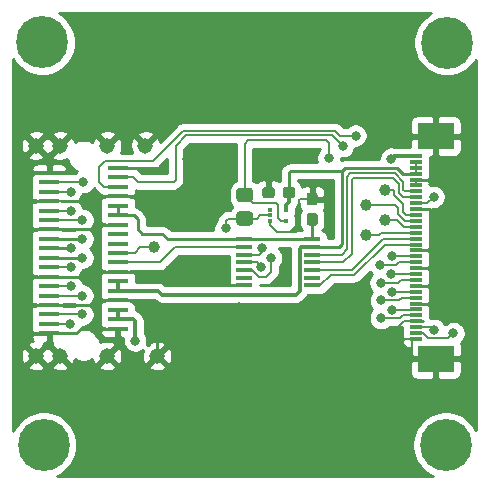
<source format=gbr>
%TF.GenerationSoftware,KiCad,Pcbnew,5.1.10-88a1d61d58~88~ubuntu18.04.1*%
%TF.CreationDate,2021-11-10T22:11:19+07:00*%
%TF.ProjectId,MX8Mx_EVK_MIPI_CSI-TEKNIQUE_OCLEA_OS08A20-ADAPTER,4d58384d-785f-4455-964b-5f4d4950495f,rev?*%
%TF.SameCoordinates,Original*%
%TF.FileFunction,Copper,L1,Top*%
%TF.FilePolarity,Positive*%
%FSLAX46Y46*%
G04 Gerber Fmt 4.6, Leading zero omitted, Abs format (unit mm)*
G04 Created by KiCad (PCBNEW 5.1.10-88a1d61d58~88~ubuntu18.04.1) date 2021-11-10 22:11:19*
%MOMM*%
%LPD*%
G01*
G04 APERTURE LIST*
%TA.AperFunction,SMDPad,CuDef*%
%ADD10R,3.100000X2.300000*%
%TD*%
%TA.AperFunction,SMDPad,CuDef*%
%ADD11R,1.100000X0.300000*%
%TD*%
%TA.AperFunction,SMDPad,CuDef*%
%ADD12C,1.000000*%
%TD*%
%TA.AperFunction,SMDPad,CuDef*%
%ADD13R,1.358900X0.355600*%
%TD*%
%TA.AperFunction,SMDPad,CuDef*%
%ADD14R,0.450000X0.300000*%
%TD*%
%TA.AperFunction,ComponentPad*%
%ADD15C,4.400000*%
%TD*%
%TA.AperFunction,SMDPad,CuDef*%
%ADD16R,1.800000X0.350000*%
%TD*%
%TA.AperFunction,ComponentPad*%
%ADD17C,1.308000*%
%TD*%
%TA.AperFunction,ViaPad*%
%ADD18C,0.800000*%
%TD*%
%TA.AperFunction,Conductor*%
%ADD19C,0.250000*%
%TD*%
%TA.AperFunction,Conductor*%
%ADD20C,0.200000*%
%TD*%
%TA.AperFunction,Conductor*%
%ADD21C,0.300000*%
%TD*%
%TA.AperFunction,Conductor*%
%ADD22C,0.350000*%
%TD*%
%TA.AperFunction,Conductor*%
%ADD23C,0.254000*%
%TD*%
%TA.AperFunction,Conductor*%
%ADD24C,0.100000*%
%TD*%
G04 APERTURE END LIST*
D10*
%TO.P,J2,34*%
%TO.N,GND*%
X138703040Y-87105080D03*
%TO.P,J2,33*%
X138703040Y-105945080D03*
D11*
%TO.P,J2,32*%
%TO.N,+5V*%
X137003040Y-88775080D03*
%TO.P,J2,31*%
%TO.N,+3V3*%
X137003040Y-89275080D03*
%TO.P,J2,30*%
X137003040Y-89775080D03*
%TO.P,J2,29*%
X137003040Y-90275080D03*
%TO.P,J2,28*%
%TO.N,GND*%
X137003040Y-90775080D03*
%TO.P,J2,27*%
X137003040Y-91275080D03*
%TO.P,J2,26*%
%TO.N,/SENS_EN_3V3*%
X137003040Y-91775080D03*
%TO.P,J2,25*%
%TO.N,/SENS_RST_3V3*%
X137003040Y-92275080D03*
%TO.P,J2,24*%
%TO.N,/CLK_SI_3V3*%
X137003040Y-92775080D03*
%TO.P,J2,23*%
%TO.N,GND*%
X137003040Y-93275080D03*
%TO.P,J2,22*%
%TO.N,/SHSYNC*%
X137003040Y-93775080D03*
%TO.P,J2,21*%
%TO.N,/SVSYNC*%
X137003040Y-94275080D03*
%TO.P,J2,20*%
%TO.N,/IRCUT_CE*%
X137003040Y-94775080D03*
%TO.P,J2,19*%
%TO.N,/IRCUT_SW*%
X137003040Y-95275080D03*
%TO.P,J2,18*%
%TO.N,/I2C_CLK_3V3*%
X137003040Y-95775080D03*
%TO.P,J2,17*%
%TO.N,/I2C_DAT_3V3*%
X137003040Y-96275080D03*
%TO.P,J2,16*%
%TO.N,GND*%
X137003040Y-96775080D03*
%TO.P,J2,15*%
%TO.N,/CSI_DN0__SD_LVDS0_N*%
X137003040Y-97275080D03*
%TO.P,J2,14*%
%TO.N,/CSI_DP0__SD_LVDS0_P*%
X137003040Y-97775080D03*
%TO.P,J2,13*%
%TO.N,GND*%
X137003040Y-98275080D03*
%TO.P,J2,12*%
%TO.N,/CSI_DN1__SD_LVDS1_N*%
X137003040Y-98775080D03*
%TO.P,J2,11*%
%TO.N,/CSI_DP1__SD_LVDS1_P*%
X137003040Y-99275080D03*
%TO.P,J2,10*%
%TO.N,GND*%
X137003040Y-99775080D03*
%TO.P,J2,9*%
%TO.N,/CSI_DN2__SD_LVDS2_N*%
X137003040Y-100275080D03*
%TO.P,J2,8*%
%TO.N,/CSI_DP2__SD_LVDS2_P*%
X137003040Y-100775080D03*
%TO.P,J2,7*%
%TO.N,GND*%
X137003040Y-101275080D03*
%TO.P,J2,6*%
%TO.N,/CSI_DN3__SD_LVDS3_N*%
X137003040Y-101775080D03*
%TO.P,J2,5*%
%TO.N,/CSI_DP3__SD_LVDS3_P*%
X137003040Y-102275080D03*
%TO.P,J2,4*%
%TO.N,GND*%
X137003040Y-102775080D03*
%TO.P,J2,3*%
%TO.N,/CSI_CLK_N__SPCLK_LVDS0_N*%
X137003040Y-103275080D03*
%TO.P,J2,2*%
%TO.N,/CSI_CLK_P__SPCLK_LVDS0_P*%
X137003040Y-103775080D03*
%TO.P,J2,1*%
%TO.N,GND*%
X137003040Y-104275080D03*
%TD*%
D12*
%TO.P,TP5,1*%
%TO.N,/SHSYNC*%
X134371080Y-91638120D03*
%TD*%
%TO.P,TP4,1*%
%TO.N,/SVSYNC*%
X132765800Y-92964000D03*
%TD*%
%TO.P,TP3,1*%
%TO.N,/IRCUT_CE*%
X134391400Y-94188280D03*
%TD*%
%TO.P,TP2,1*%
%TO.N,/IRCUT_SW*%
X132765800Y-95453200D03*
%TD*%
%TO.P,TP1,1*%
%TO.N,/CSI_SYNC_1V8*%
X114846100Y-96507300D03*
%TD*%
D13*
%TO.P,U1,14*%
%TO.N,+1V8*%
X128238250Y-95840001D03*
%TO.P,U1,13*%
%TO.N,+3V3*%
X128238250Y-96490000D03*
%TO.P,U1,12*%
%TO.N,/SENS_EN_3V3*%
X128238250Y-97140001D03*
%TO.P,U1,11*%
%TO.N,/SENS_RST_3V3*%
X128238250Y-97790000D03*
%TO.P,U1,10*%
%TO.N,/I2C_CLK_3V3*%
X128238250Y-98440001D03*
%TO.P,U1,9*%
%TO.N,Net-(U1-Pad9)*%
X128238250Y-99090000D03*
%TO.P,U1,8*%
%TO.N,/I2C_DAT_3V3*%
X128238250Y-99740001D03*
%TO.P,U1,7*%
%TO.N,GND*%
X122485150Y-99739999D03*
%TO.P,U1,6*%
%TO.N,Net-(U1-Pad6)*%
X122485150Y-99090000D03*
%TO.P,U1,5*%
%TO.N,/I2C_SDA_1V8*%
X122485150Y-98439999D03*
%TO.P,U1,4*%
%TO.N,/I2C_SCL_1V8*%
X122485150Y-97790000D03*
%TO.P,U1,3*%
%TO.N,/CSI_nRST_1V8*%
X122485150Y-97140001D03*
%TO.P,U1,2*%
%TO.N,/CSI_PWDN_1V8*%
X122485150Y-96490000D03*
%TO.P,U1,1*%
%TO.N,+1V8*%
X122485150Y-95839999D03*
%TD*%
%TO.P,C2,2*%
%TO.N,GND*%
%TA.AperFunction,SMDPad,CuDef*%
G36*
G01*
X128482100Y-92957600D02*
X128007100Y-92957600D01*
G75*
G02*
X127769600Y-92720100I0J237500D01*
G01*
X127769600Y-92120100D01*
G75*
G02*
X128007100Y-91882600I237500J0D01*
G01*
X128482100Y-91882600D01*
G75*
G02*
X128719600Y-92120100I0J-237500D01*
G01*
X128719600Y-92720100D01*
G75*
G02*
X128482100Y-92957600I-237500J0D01*
G01*
G37*
%TD.AperFunction*%
%TO.P,C2,1*%
%TO.N,+1V8*%
%TA.AperFunction,SMDPad,CuDef*%
G36*
G01*
X128482100Y-94682600D02*
X128007100Y-94682600D01*
G75*
G02*
X127769600Y-94445100I0J237500D01*
G01*
X127769600Y-93845100D01*
G75*
G02*
X128007100Y-93607600I237500J0D01*
G01*
X128482100Y-93607600D01*
G75*
G02*
X128719600Y-93845100I0J-237500D01*
G01*
X128719600Y-94445100D01*
G75*
G02*
X128482100Y-94682600I-237500J0D01*
G01*
G37*
%TD.AperFunction*%
%TD*%
%TO.P,C1,2*%
%TO.N,GND*%
%TA.AperFunction,SMDPad,CuDef*%
G36*
G01*
X125079880Y-91634300D02*
X125079880Y-92109300D01*
G75*
G02*
X124842380Y-92346800I-237500J0D01*
G01*
X124242380Y-92346800D01*
G75*
G02*
X124004880Y-92109300I0J237500D01*
G01*
X124004880Y-91634300D01*
G75*
G02*
X124242380Y-91396800I237500J0D01*
G01*
X124842380Y-91396800D01*
G75*
G02*
X125079880Y-91634300I0J-237500D01*
G01*
G37*
%TD.AperFunction*%
%TO.P,C1,1*%
%TO.N,+3V3*%
%TA.AperFunction,SMDPad,CuDef*%
G36*
G01*
X126804880Y-91634300D02*
X126804880Y-92109300D01*
G75*
G02*
X126567380Y-92346800I-237500J0D01*
G01*
X125967380Y-92346800D01*
G75*
G02*
X125729880Y-92109300I0J237500D01*
G01*
X125729880Y-91634300D01*
G75*
G02*
X125967380Y-91396800I237500J0D01*
G01*
X126567380Y-91396800D01*
G75*
G02*
X126804880Y-91634300I0J-237500D01*
G01*
G37*
%TD.AperFunction*%
%TD*%
D14*
%TO.P,U2,4*%
%TO.N,/CLK_SI_3V3*%
X126036300Y-94314900D03*
%TO.P,U2,2*%
%TO.N,/CSI_MCLK_1V8*%
X124636300Y-93814900D03*
%TO.P,U2,5*%
%TO.N,+3V3*%
X126036300Y-93314900D03*
%TO.P,U2,3*%
%TO.N,GND*%
X124636300Y-94314900D03*
%TO.P,U2,1*%
%TO.N,Net-(U2-Pad1)*%
X124636300Y-93314900D03*
%TD*%
%TO.P,R1,2*%
%TO.N,/CSI_MCLK_1V8*%
%TA.AperFunction,SMDPad,CuDef*%
G36*
G01*
X122069439Y-93471440D02*
X122969441Y-93471440D01*
G75*
G02*
X123219440Y-93721439I0J-249999D01*
G01*
X123219440Y-94421441D01*
G75*
G02*
X122969441Y-94671440I-249999J0D01*
G01*
X122069439Y-94671440D01*
G75*
G02*
X121819440Y-94421441I0J249999D01*
G01*
X121819440Y-93721439D01*
G75*
G02*
X122069439Y-93471440I249999J0D01*
G01*
G37*
%TD.AperFunction*%
%TO.P,R1,1*%
%TO.N,/CLK_SI_3V3*%
%TA.AperFunction,SMDPad,CuDef*%
G36*
G01*
X122069439Y-91471440D02*
X122969441Y-91471440D01*
G75*
G02*
X123219440Y-91721439I0J-249999D01*
G01*
X123219440Y-92421441D01*
G75*
G02*
X122969441Y-92671440I-249999J0D01*
G01*
X122069439Y-92671440D01*
G75*
G02*
X121819440Y-92421441I0J249999D01*
G01*
X121819440Y-91721439D01*
G75*
G02*
X122069439Y-91471440I249999J0D01*
G01*
G37*
%TD.AperFunction*%
%TD*%
D15*
%TO.P,H4,1*%
%TO.N,N/C*%
X139646660Y-79181960D03*
%TD*%
%TO.P,H3,1*%
%TO.N,N/C*%
X139552680Y-113235740D03*
%TD*%
%TO.P,H2,1*%
%TO.N,N/C*%
X105514140Y-113238280D03*
%TD*%
%TO.P,H1,1*%
%TO.N,N/C*%
X105389680Y-79164180D03*
%TD*%
D16*
%TO.P,J1,B1*%
%TO.N,GND*%
X111789400Y-89793500D03*
%TO.P,J1,B2*%
%TO.N,/CSI_CLK_N__SPCLK_LVDS0_N*%
X111789400Y-90593500D03*
%TO.P,J1,B3*%
%TO.N,/CSI_CLK_P__SPCLK_LVDS0_P*%
X111789400Y-91393500D03*
%TO.P,J1,B4*%
%TO.N,GND*%
X111789400Y-92193500D03*
%TO.P,J1,B5*%
%TO.N,+1V8*%
X111789400Y-92993500D03*
%TO.P,J1,B6*%
X111789400Y-93793500D03*
%TO.P,J1,B7*%
%TO.N,GND*%
X111789400Y-94593500D03*
%TO.P,J1,B8*%
%TO.N,Net-(J1-PadB8)*%
X111789400Y-95393500D03*
%TO.P,J1,B9*%
%TO.N,Net-(J1-PadB9)*%
X111789400Y-96193500D03*
%TO.P,J1,B10*%
%TO.N,/CSI_SYNC_1V8*%
X111789400Y-96993500D03*
%TO.P,J1,B11*%
%TO.N,/CSI_PWDN_1V8*%
X111789400Y-97793500D03*
%TO.P,J1,B12*%
%TO.N,GND*%
X111789400Y-98593500D03*
%TO.P,J1,B13*%
%TO.N,+3V3*%
X111789400Y-99393500D03*
%TO.P,J1,B14*%
X111789400Y-100193500D03*
%TO.P,J1,B15*%
%TO.N,GND*%
X111789400Y-100993500D03*
%TO.P,J1,B16*%
%TO.N,+5V*%
X111789400Y-101793500D03*
%TO.P,J1,B17*%
X111789400Y-102593500D03*
%TO.P,J1,B18*%
%TO.N,GND*%
X111789400Y-103393500D03*
%TO.P,J1,A1*%
X105969400Y-90193500D03*
%TO.P,J1,A2*%
%TO.N,/CSI_DN0__SD_LVDS0_N*%
X105969400Y-90993500D03*
%TO.P,J1,A3*%
%TO.N,/CSI_DP0__SD_LVDS0_P*%
X105969400Y-91793500D03*
%TO.P,J1,A4*%
%TO.N,GND*%
X105969400Y-92593500D03*
%TO.P,J1,A5*%
%TO.N,/CSI_DN1__SD_LVDS1_N*%
X105969400Y-93393500D03*
%TO.P,J1,A6*%
%TO.N,/CSI_DP1__SD_LVDS1_P*%
X105969400Y-94193500D03*
%TO.P,J1,A7*%
%TO.N,GND*%
X105969400Y-94993500D03*
%TO.P,J1,A8*%
%TO.N,/CSI_MCLK_1V8*%
X105969400Y-95793500D03*
%TO.P,J1,A9*%
%TO.N,/CSI_nRST_1V8*%
X105969400Y-96593500D03*
%TO.P,J1,A10*%
%TO.N,/I2C_SDA_1V8*%
X105969400Y-97393500D03*
%TO.P,J1,A11*%
%TO.N,/I2C_SCL_1V8*%
X105969400Y-98193500D03*
%TO.P,J1,A12*%
%TO.N,GND*%
X105969400Y-98993500D03*
%TO.P,J1,A13*%
%TO.N,/CSI_DN2__SD_LVDS2_N*%
X105969400Y-99793500D03*
%TO.P,J1,A14*%
%TO.N,/CSI_DP2__SD_LVDS2_P*%
X105969400Y-100593500D03*
%TO.P,J1,A15*%
%TO.N,GND*%
X105969400Y-101393500D03*
%TO.P,J1,A16*%
%TO.N,/CSI_DN3__SD_LVDS3_N*%
X105969400Y-102193500D03*
%TO.P,J1,A17*%
%TO.N,/CSI_DP3__SD_LVDS3_P*%
X105969400Y-102993500D03*
%TO.P,J1,A18*%
%TO.N,GND*%
X105969400Y-103793500D03*
D17*
%TO.P,J1,S1*%
X114119400Y-87893500D03*
%TO.P,J1,S2*%
X110879400Y-87893500D03*
%TO.P,J1,S3*%
X106879400Y-87893500D03*
%TO.P,J1,S4*%
X104849400Y-87893500D03*
%TO.P,J1,S5*%
X115119400Y-105693500D03*
%TO.P,J1,S6*%
X110879400Y-105693500D03*
%TO.P,J1,S7*%
X106879400Y-105693500D03*
%TO.P,J1,S8*%
X104849400Y-105693500D03*
%TD*%
D18*
%TO.N,GND*%
X104129840Y-95011240D03*
X104140000Y-92608400D03*
X104109520Y-99024440D03*
X104091740Y-103794560D03*
X104140000Y-90703400D03*
X104096820Y-101396800D03*
X124536200Y-89052400D03*
X117652800Y-89052400D03*
X115671600Y-89789000D03*
X125831600Y-99072700D03*
X129628900Y-92430600D03*
X138546840Y-90754200D03*
X138630660Y-99783900D03*
X138572240Y-96784160D03*
X138602720Y-98277680D03*
X138617960Y-101279960D03*
X117690900Y-92583000D03*
X117614700Y-99072700D03*
X125768100Y-105918000D03*
X129565400Y-105905300D03*
X117716300Y-83553300D03*
X122110500Y-83527900D03*
X122008900Y-105879900D03*
X125755400Y-83540600D03*
X129590800Y-83540600D03*
X133388100Y-83540600D03*
X133578600Y-105892600D03*
X117678200Y-105803700D03*
X132105400Y-103479600D03*
X129527300Y-101536500D03*
X122008900Y-101561900D03*
%TO.N,/CSI_DN0__SD_LVDS0_N*%
X134975600Y-97282000D03*
X108839400Y-90993500D03*
%TO.N,/CSI_DP0__SD_LVDS0_P*%
X134002780Y-98010980D03*
X107789400Y-91793500D03*
%TO.N,/CSI_DN1__SD_LVDS1_N*%
X134950200Y-98780600D03*
X107820460Y-93395800D03*
%TO.N,/CSI_DP1__SD_LVDS1_P*%
X134030720Y-99509580D03*
X108789400Y-94193500D03*
%TO.N,/CSI_nRST_1V8*%
X123957080Y-96593660D03*
X107789400Y-96593500D03*
%TO.N,/I2C_SDA_1V8*%
X124752100Y-97393760D03*
X108789400Y-97393500D03*
%TO.N,/I2C_SCL_1V8*%
X123916440Y-98176080D03*
X107789400Y-98193500D03*
%TO.N,/CSI_DN2__SD_LVDS2_N*%
X134975600Y-100279200D03*
X107797600Y-99794060D03*
%TO.N,/CSI_DP2__SD_LVDS2_P*%
X134053580Y-101013260D03*
X108789400Y-100593500D03*
%TO.N,/CSI_DN3__SD_LVDS3_N*%
X134975600Y-101777800D03*
X108789400Y-102193500D03*
%TO.N,/CSI_DP3__SD_LVDS3_P*%
X134048500Y-102511860D03*
X107772200Y-102997000D03*
%TO.N,/CSI_CLK_N__SPCLK_LVDS0_N*%
X138551920Y-103489760D03*
X130825240Y-87939880D03*
%TO.N,/CSI_CLK_P__SPCLK_LVDS0_P*%
X140187680Y-103784400D03*
X131907280Y-87045800D03*
%TO.N,+5V*%
X134937500Y-89001600D03*
X113253520Y-104404160D03*
%TO.N,/CLK_SI_3V3*%
X129626360Y-88950800D03*
X138516360Y-92232480D03*
%TO.N,/CSI_MCLK_1V8*%
X120904000Y-94907100D03*
X108789400Y-95793500D03*
%TD*%
D19*
%TO.N,GND*%
X105969400Y-89213500D02*
X105989400Y-89193500D01*
X105969400Y-90193500D02*
X105969400Y-89213500D01*
X105969400Y-94993500D02*
X107789400Y-94993500D01*
X105969400Y-101393500D02*
X107789400Y-101393500D01*
D20*
X105969400Y-92593500D02*
X107008000Y-92593500D01*
D19*
X111789400Y-98593500D02*
X114595500Y-98593500D01*
X115741999Y-99739999D02*
X122485150Y-99739999D01*
X114595500Y-98593500D02*
X115741999Y-99739999D01*
D20*
X136664700Y-104282880D02*
X136664700Y-105620820D01*
X136997440Y-105953560D02*
X140634720Y-105953560D01*
X136664700Y-105620820D02*
X136997440Y-105953560D01*
D19*
X109907780Y-100993500D02*
X111789400Y-100993500D01*
X110102740Y-94593500D02*
X110103920Y-94592320D01*
X128305560Y-104937560D02*
X131866640Y-104937560D01*
X117689974Y-88742520D02*
X117689974Y-88742520D01*
X104167900Y-94993500D02*
X104140000Y-95021400D01*
X107789400Y-94993500D02*
X104167900Y-94993500D01*
X104154900Y-92593500D02*
X104140000Y-92608400D01*
X105969400Y-92593500D02*
X104154900Y-92593500D01*
X104104900Y-98993500D02*
X104068880Y-99029520D01*
X105969400Y-98993500D02*
X104104900Y-98993500D01*
X104112820Y-101393500D02*
X104068880Y-101437440D01*
X105969400Y-101393500D02*
X104112820Y-101393500D01*
X131866640Y-104937560D02*
X132999480Y-104937560D01*
D20*
X124542380Y-91871800D02*
X124542380Y-91893220D01*
D19*
X109907780Y-100993500D02*
X109884920Y-100993500D01*
X109484920Y-101393500D02*
X107789400Y-101393500D01*
X109884920Y-100993500D02*
X109484920Y-101393500D01*
X105969400Y-98993500D02*
X108739400Y-98993500D01*
X107008000Y-92593500D02*
X108789400Y-92593500D01*
X109139399Y-98593501D02*
X108739400Y-98993500D01*
X111789400Y-98593500D02*
X109139399Y-98593501D01*
X109189399Y-92193501D02*
X108789400Y-92593500D01*
X111789400Y-92193500D02*
X109189399Y-92193501D01*
X109062402Y-94993500D02*
X107789400Y-94993500D01*
X110788540Y-94593500D02*
X110102740Y-94593500D01*
X111789400Y-94593500D02*
X110788540Y-94593500D01*
X109702740Y-94993500D02*
X110103920Y-94592320D01*
X109062402Y-94993500D02*
X109702740Y-94993500D01*
X104140000Y-95001080D02*
X104129840Y-95011240D01*
X104140000Y-92608400D02*
X104140000Y-95001080D01*
X104155240Y-92593160D02*
X104140000Y-92608400D01*
X104155240Y-90190320D02*
X104155240Y-92593160D01*
X105966220Y-90190320D02*
X105969400Y-90193500D01*
X104129840Y-99004120D02*
X104109520Y-99024440D01*
X104129840Y-95011240D02*
X104129840Y-99004120D01*
X104109520Y-101424740D02*
X104096820Y-101437440D01*
X104109520Y-99024440D02*
X104109520Y-101424740D01*
X104091740Y-101442520D02*
X104096820Y-101437440D01*
X104091740Y-103794560D02*
X104091740Y-101442520D01*
X104092800Y-103793500D02*
X104091740Y-103794560D01*
X105969400Y-103793500D02*
X104092800Y-103793500D01*
X110080500Y-100993500D02*
X109740700Y-101333300D01*
X109680500Y-101393500D02*
X110080500Y-100993500D01*
X107789400Y-101393500D02*
X109680500Y-101393500D01*
X111789400Y-100993500D02*
X110080500Y-100993500D01*
X108651398Y-103393500D02*
X111789400Y-103393500D01*
X108251398Y-103793500D02*
X108651398Y-103393500D01*
X105969400Y-103793500D02*
X108251398Y-103793500D01*
X115119400Y-103173500D02*
X115119400Y-105693500D01*
X112939400Y-100993500D02*
X115119400Y-103173500D01*
X111789400Y-100993500D02*
X112939400Y-100993500D01*
X136666079Y-93281500D02*
X136664700Y-93282879D01*
X139065000Y-96748600D02*
X139065000Y-98259900D01*
X139065000Y-98247200D02*
X139065000Y-99745800D01*
X139065000Y-99720400D02*
X139065000Y-101219000D01*
X139077700Y-101244400D02*
X139077700Y-101244400D01*
X137612662Y-102782880D02*
X136664700Y-102782880D01*
X137615821Y-102779721D02*
X137612662Y-102782880D01*
D20*
X135971319Y-102782880D02*
X135585200Y-103168999D01*
X136664700Y-102782880D02*
X135971319Y-102782880D01*
X135585200Y-103168999D02*
X135585200Y-104279700D01*
X136661520Y-104279700D02*
X136664700Y-104282880D01*
X135585200Y-104279700D02*
X136661520Y-104279700D01*
X138306279Y-90782879D02*
X138315700Y-90792300D01*
D19*
X136664700Y-90782879D02*
X138306279Y-90782879D01*
X111793900Y-89789000D02*
X111789400Y-89793500D01*
X115756000Y-89793500D02*
X115760500Y-89789000D01*
X115667100Y-89793500D02*
X115671600Y-89789000D01*
X111789400Y-89793500D02*
X115667100Y-89793500D01*
X117394701Y-92193501D02*
X117794700Y-92593500D01*
X111789400Y-92193500D02*
X117394701Y-92193501D01*
X104649900Y-90193500D02*
X104140000Y-90703400D01*
X105969400Y-90193500D02*
X104649900Y-90193500D01*
D20*
X124636300Y-94314900D02*
X124636300Y-94588100D01*
X124636300Y-94588100D02*
X125222000Y-95173800D01*
X125222000Y-95173800D02*
X126898400Y-95173800D01*
X126898400Y-95173800D02*
X127101600Y-94970600D01*
X127101600Y-94970600D02*
X127101600Y-92532200D01*
X127213700Y-92420100D02*
X128244600Y-92420100D01*
X127101600Y-92532200D02*
X127213700Y-92420100D01*
D19*
X136664700Y-98282879D02*
X136834761Y-98282879D01*
X138570861Y-96772621D02*
X138572240Y-96774000D01*
X138600120Y-98280160D02*
X138605260Y-98285300D01*
X138626920Y-99780160D02*
X138630660Y-99783900D01*
X138617760Y-101280160D02*
X138617960Y-101279960D01*
D20*
X137003040Y-90775080D02*
X137003040Y-91275080D01*
X138563160Y-96775080D02*
X138572240Y-96784160D01*
D19*
X137003040Y-96775080D02*
X138563160Y-96775080D01*
D20*
X138600120Y-98275080D02*
X138602720Y-98277680D01*
D19*
X137003040Y-98275080D02*
X138600120Y-98275080D01*
D20*
X138613080Y-101275080D02*
X138617960Y-101279960D01*
D19*
X137003040Y-101275080D02*
X138613080Y-101275080D01*
X138621840Y-99775080D02*
X138630660Y-99783900D01*
X137003040Y-99775080D02*
X138621840Y-99775080D01*
X137003040Y-93275080D02*
X138136560Y-93275080D01*
X138572240Y-93710760D02*
X138572240Y-96784160D01*
X138136560Y-93275080D02*
X138572240Y-93710760D01*
D20*
%TO.N,/CSI_DN0__SD_LVDS0_N*%
X105969400Y-90993500D02*
X108839400Y-90993500D01*
X134976478Y-97282878D02*
X134975600Y-97282000D01*
X136664700Y-97282878D02*
X134976478Y-97282878D01*
%TO.N,/CSI_DP0__SD_LVDS0_P*%
X107789400Y-91793500D02*
X105969400Y-91793500D01*
X134002780Y-98010980D02*
X135364220Y-98010980D01*
X135364220Y-98010980D02*
X135592320Y-97782880D01*
X137057480Y-97782880D02*
X137060200Y-97780160D01*
X135592320Y-97782880D02*
X137057480Y-97782880D01*
%TO.N,/CSI_DN1__SD_LVDS1_N*%
X105971700Y-93395800D02*
X105969400Y-93393500D01*
X107820460Y-93395800D02*
X105971700Y-93395800D01*
X134952481Y-98782881D02*
X134950200Y-98780600D01*
X136664700Y-98782881D02*
X134952481Y-98782881D01*
%TO.N,/CSI_DP1__SD_LVDS1_P*%
X105969400Y-94193500D02*
X108789400Y-94193500D01*
X136666600Y-99280980D02*
X136664700Y-99282880D01*
X134030720Y-99509580D02*
X135516620Y-99509580D01*
X135743320Y-99282880D02*
X136664700Y-99282880D01*
X135516620Y-99509580D02*
X135743320Y-99282880D01*
D19*
%TO.N,/CSI_nRST_1V8*%
X105969400Y-96593500D02*
X107789400Y-96593500D01*
D20*
X123957080Y-96593660D02*
X123957080Y-96898460D01*
X123715539Y-97140001D02*
X122485150Y-97140001D01*
X123957080Y-96898460D02*
X123715539Y-97140001D01*
D19*
%TO.N,/I2C_SDA_1V8*%
X105969400Y-97393500D02*
X108789400Y-97393500D01*
D20*
X124752100Y-97393760D02*
X124752100Y-98564700D01*
X124752100Y-98564700D02*
X124325380Y-98991420D01*
X123179599Y-98439999D02*
X122485150Y-98439999D01*
X123731020Y-98991420D02*
X123179599Y-98439999D01*
X124325380Y-98991420D02*
X123731020Y-98991420D01*
%TO.N,/I2C_SCL_1V8*%
X122481650Y-97793500D02*
X122485150Y-97790000D01*
X105969400Y-98193500D02*
X107789400Y-98193500D01*
X123530360Y-97790000D02*
X123916440Y-98176080D01*
X122485150Y-97790000D02*
X123530360Y-97790000D01*
%TO.N,/CSI_DN2__SD_LVDS2_N*%
X107797040Y-99793500D02*
X107797600Y-99794060D01*
X105969400Y-99793500D02*
X107797040Y-99793500D01*
X134979280Y-100282880D02*
X134975600Y-100279200D01*
X136664700Y-100282880D02*
X134979280Y-100282880D01*
%TO.N,/CSI_DP2__SD_LVDS2_P*%
X105969400Y-100593500D02*
X108789400Y-100593500D01*
X136666481Y-100784660D02*
X136664700Y-100782879D01*
X134053580Y-101013260D02*
X135613140Y-101013260D01*
X135843521Y-100782879D02*
X136664700Y-100782879D01*
X135613140Y-101013260D02*
X135843521Y-100782879D01*
%TO.N,/CSI_DN3__SD_LVDS3_N*%
X105969400Y-102193500D02*
X108789400Y-102193500D01*
X134980680Y-101782880D02*
X134975600Y-101777800D01*
X136664700Y-101782880D02*
X134980680Y-101782880D01*
%TO.N,/CSI_DP3__SD_LVDS3_P*%
X107768700Y-102993500D02*
X107772200Y-102997000D01*
X105969400Y-102993500D02*
X107768700Y-102993500D01*
X134048119Y-102511479D02*
X134048500Y-102511860D01*
X134048500Y-102511860D02*
X135676640Y-102511860D01*
X135905621Y-102282879D02*
X135676640Y-102511860D01*
X136664700Y-102282879D02*
X135905621Y-102282879D01*
%TO.N,/CSI_CLK_N__SPCLK_LVDS0_N*%
X117557590Y-87039410D02*
X129924770Y-87039410D01*
X129924770Y-87039410D02*
X130825240Y-87939880D01*
X113097900Y-90593500D02*
X113487200Y-90982800D01*
X111789400Y-90593500D02*
X113097900Y-90593500D01*
X113487200Y-90982800D02*
X116497100Y-90982800D01*
X116497100Y-90982800D02*
X116674900Y-90805000D01*
X116674900Y-90805000D02*
X116674900Y-87922100D01*
X116674900Y-87922100D02*
X117557590Y-87039410D01*
X138337240Y-103275080D02*
X138551920Y-103489760D01*
X137003040Y-103275080D02*
X138337240Y-103275080D01*
%TO.N,/CSI_CLK_P__SPCLK_LVDS0_P*%
X110218220Y-90972320D02*
X110639400Y-91393500D01*
X110218220Y-89730580D02*
X110218220Y-90972320D01*
X110705900Y-89242900D02*
X110218220Y-89730580D01*
X110639400Y-91393500D02*
X111789400Y-91393500D01*
X114719100Y-89242900D02*
X110705900Y-89242900D01*
X117322600Y-86639400D02*
X114719100Y-89242900D01*
X140178360Y-103775080D02*
X140187680Y-103784400D01*
X137003040Y-103775080D02*
X137638360Y-103775080D01*
X137638360Y-103775080D02*
X138074400Y-104211120D01*
X139760960Y-104211120D02*
X140187680Y-103784400D01*
X138074400Y-104211120D02*
X139760960Y-104211120D01*
X131907280Y-87045800D02*
X130616960Y-87045800D01*
X130616960Y-87045800D02*
X130210560Y-86639400D01*
X130210560Y-86639400D02*
X117322600Y-86639400D01*
D19*
%TO.N,+1V8*%
X111789400Y-93793500D02*
X111789400Y-92993500D01*
X128244600Y-95833651D02*
X128238250Y-95840001D01*
X128244600Y-94145100D02*
X128244600Y-95833651D01*
X122485150Y-95839999D02*
X116020299Y-95839999D01*
X113140300Y-93793500D02*
X111789400Y-93793500D01*
X116020299Y-95839999D02*
X115557300Y-95377000D01*
X113140300Y-93793500D02*
X113140300Y-93798200D01*
X113140300Y-93798200D02*
X113487200Y-94145100D01*
X113487200Y-94996000D02*
X113868200Y-95377000D01*
X113487200Y-94145100D02*
X113487200Y-94996000D01*
X113868200Y-95377000D02*
X115557300Y-95377000D01*
X128238248Y-95839999D02*
X128238250Y-95840001D01*
X122485150Y-95839999D02*
X128238248Y-95839999D01*
D20*
%TO.N,/CSI_SYNC_1V8*%
X114846100Y-96507300D02*
X113690400Y-96507300D01*
X113204200Y-96993500D02*
X111789400Y-96993500D01*
X113690400Y-96507300D02*
X113204200Y-96993500D01*
%TO.N,/CSI_PWDN_1V8*%
X115344900Y-97793500D02*
X111789400Y-97793500D01*
X116648400Y-96490000D02*
X115344900Y-97793500D01*
X122485150Y-96490000D02*
X116648400Y-96490000D01*
D21*
%TO.N,+3V3*%
X111789400Y-100193500D02*
X111789400Y-99393500D01*
X126036300Y-93314900D02*
X126036300Y-92932020D01*
X126267380Y-92700940D02*
X126267380Y-91871800D01*
X126036300Y-92932020D02*
X126267380Y-92700940D01*
X115217600Y-100193500D02*
X111789400Y-100193500D01*
X127322100Y-96490000D02*
X127165100Y-96647000D01*
X128238250Y-96490000D02*
X127322100Y-96490000D01*
X127165100Y-96647000D02*
X127165100Y-100228400D01*
X126870460Y-100523040D02*
X115547140Y-100523040D01*
X127165100Y-100228400D02*
X126870460Y-100523040D01*
X115547140Y-100523040D02*
X115217600Y-100193500D01*
D20*
X137003040Y-89275080D02*
X137003040Y-89775080D01*
X137003040Y-89775080D02*
X137003040Y-90275080D01*
D19*
X126267380Y-91871800D02*
X126267380Y-90178720D01*
X130484400Y-96490000D02*
X128238250Y-96490000D01*
X135901280Y-90282880D02*
X135420100Y-89801700D01*
X136664700Y-90282880D02*
X135901280Y-90282880D01*
X130760620Y-90087300D02*
X130760620Y-96213780D01*
X131046220Y-89801700D02*
X130760620Y-90087300D01*
X135420100Y-89801700D02*
X131046220Y-89801700D01*
X130760620Y-96213780D02*
X130484400Y-96490000D01*
X126358800Y-90087300D02*
X126267380Y-90178720D01*
X130760620Y-90087300D02*
X126358800Y-90087300D01*
D21*
%TO.N,+5V*%
X111789400Y-101793500D02*
X111789400Y-102593500D01*
D22*
X113253520Y-102788720D02*
X113253520Y-104404160D01*
X111789400Y-102593500D02*
X113058300Y-102593500D01*
X113058300Y-102593500D02*
X113253520Y-102788720D01*
D21*
X135164020Y-88775080D02*
X134937500Y-89001600D01*
X137003040Y-88775080D02*
X135164020Y-88775080D01*
D20*
%TO.N,/I2C_DAT_3V3*%
X128861101Y-99740001D02*
X128238250Y-99740001D01*
X129836189Y-98840011D02*
X128936199Y-99740001D01*
X131817389Y-98840011D02*
X129836189Y-98840011D01*
X134374520Y-96282880D02*
X131817389Y-98840011D01*
X128936199Y-99740001D02*
X128861101Y-99740001D01*
X136664700Y-96282880D02*
X134374520Y-96282880D01*
%TO.N,/I2C_CLK_3V3*%
X134252221Y-95782879D02*
X136664700Y-95782879D01*
X131595099Y-98440001D02*
X134252221Y-95782879D01*
X128238250Y-98440001D02*
X131595099Y-98440001D01*
%TO.N,/IRCUT_SW*%
X136664700Y-95282880D02*
X134066420Y-95282880D01*
X133896100Y-95453200D02*
X132765800Y-95453200D01*
X134066420Y-95282880D02*
X133896100Y-95453200D01*
%TO.N,/IRCUT_CE*%
X136664700Y-94782881D02*
X136019781Y-94782881D01*
X136019781Y-94782881D02*
X135420100Y-94183200D01*
X134396480Y-94183200D02*
X134391400Y-94188280D01*
X135420100Y-94183200D02*
X134396480Y-94183200D01*
%TO.N,/SVSYNC*%
X136664700Y-94282879D02*
X136109781Y-94282879D01*
X136109781Y-94282879D02*
X135534400Y-93707498D01*
X135534400Y-93707498D02*
X135534400Y-93218000D01*
X135280400Y-92964000D02*
X132765800Y-92964000D01*
X135534400Y-93218000D02*
X135280400Y-92964000D01*
%TO.N,/SHSYNC*%
X136664700Y-93782880D02*
X136175480Y-93782880D01*
X136175480Y-93782880D02*
X135940800Y-93548200D01*
X135940800Y-93548200D02*
X135940800Y-92856598D01*
X135940800Y-92856598D02*
X135158281Y-92074079D01*
X135158281Y-92074079D02*
X135158281Y-91719201D01*
X135077200Y-91638120D02*
X134371080Y-91638120D01*
X135158281Y-91719201D02*
X135077200Y-91638120D01*
%TO.N,/CLK_SI_3V3*%
X122518420Y-92072460D02*
X122519440Y-92071440D01*
X123158000Y-92710000D02*
X122519440Y-92071440D01*
X125595000Y-94314900D02*
X125349000Y-94068900D01*
X123242580Y-92794580D02*
X123158000Y-92710000D01*
X126036300Y-94314900D02*
X125595000Y-94314900D01*
X125349000Y-94068900D02*
X125349000Y-92943680D01*
X125199900Y-92794580D02*
X123242580Y-92794580D01*
X125349000Y-92943680D02*
X125199900Y-92794580D01*
X137007160Y-92770960D02*
X137003040Y-92775080D01*
X137973760Y-92775080D02*
X138516360Y-92232480D01*
X137003040Y-92775080D02*
X137973760Y-92775080D01*
X122519440Y-87741760D02*
X122519440Y-92071440D01*
X129415460Y-87439420D02*
X122821780Y-87439420D01*
X129626360Y-88950800D02*
X129626360Y-87650320D01*
X122821780Y-87439420D02*
X122519440Y-87741760D01*
X129626360Y-87650320D02*
X129415460Y-87439420D01*
%TO.N,/SENS_RST_3V3*%
X131585640Y-90772858D02*
X131585640Y-97065160D01*
X136664700Y-92282881D02*
X135932781Y-92282881D01*
X130860800Y-97790000D02*
X128238250Y-97790000D01*
X135558289Y-91140587D02*
X135051212Y-90633510D01*
X131724988Y-90633510D02*
X131585640Y-90772858D01*
X131585640Y-97065160D02*
X130860800Y-97790000D01*
X135932781Y-92282881D02*
X135558289Y-91908389D01*
X135558289Y-91908389D02*
X135558289Y-91140587D01*
X135051212Y-90633510D02*
X131724988Y-90633510D01*
%TO.N,/SENS_EN_3V3*%
X130736099Y-97140001D02*
X128238250Y-97140001D01*
X131185630Y-96690470D02*
X130736099Y-97140001D01*
X131185630Y-90520810D02*
X131185630Y-96690470D01*
X136080479Y-91782879D02*
X135958299Y-91660699D01*
X135958299Y-91660699D02*
X135958299Y-90974899D01*
X135958299Y-90974899D02*
X135216900Y-90233500D01*
X135216900Y-90233500D02*
X131472940Y-90233500D01*
X136664700Y-91782879D02*
X136080479Y-91782879D01*
X131472940Y-90233500D02*
X131185630Y-90520810D01*
D19*
%TO.N,/CSI_MCLK_1V8*%
X105969400Y-95793500D02*
X108789400Y-95793500D01*
D20*
X122519440Y-94071440D02*
X123568460Y-94071440D01*
X123825000Y-93814900D02*
X124636300Y-93814900D01*
X123568460Y-94071440D02*
X123825000Y-93814900D01*
X121091960Y-94071440D02*
X120904000Y-94259400D01*
X122519440Y-94071440D02*
X121091960Y-94071440D01*
X120904000Y-94259400D02*
X120904000Y-94907100D01*
%TD*%
D23*
%TO.N,GND*%
X138262444Y-76697239D02*
X137839453Y-76979872D01*
X137444572Y-77374753D01*
X137134316Y-77839084D01*
X136920608Y-78355021D01*
X136811660Y-78902737D01*
X136811660Y-79461183D01*
X136920608Y-80008899D01*
X137134316Y-80524836D01*
X137444572Y-80989167D01*
X137839453Y-81384048D01*
X138303784Y-81694304D01*
X138819721Y-81908012D01*
X139367437Y-82016960D01*
X139925883Y-82016960D01*
X140473599Y-81908012D01*
X140989536Y-81694304D01*
X141453867Y-81384048D01*
X141848748Y-80989167D01*
X142088000Y-80631101D01*
X142088001Y-111948335D01*
X142065024Y-111892864D01*
X141754768Y-111428533D01*
X141359887Y-111033652D01*
X140895556Y-110723396D01*
X140379619Y-110509688D01*
X139831903Y-110400740D01*
X139273457Y-110400740D01*
X138725741Y-110509688D01*
X138209804Y-110723396D01*
X137745473Y-111033652D01*
X137350592Y-111428533D01*
X137040336Y-111892864D01*
X136826628Y-112408801D01*
X136717680Y-112956517D01*
X136717680Y-113514963D01*
X136826628Y-114062679D01*
X137040336Y-114578616D01*
X137350592Y-115042947D01*
X137745473Y-115437828D01*
X138209804Y-115748084D01*
X138479897Y-115859960D01*
X106593055Y-115859960D01*
X106857016Y-115750624D01*
X107321347Y-115440368D01*
X107716228Y-115045487D01*
X108026484Y-114581156D01*
X108240192Y-114065219D01*
X108349140Y-113517503D01*
X108349140Y-112959057D01*
X108240192Y-112411341D01*
X108026484Y-111895404D01*
X107716228Y-111431073D01*
X107321347Y-111036192D01*
X106857016Y-110725936D01*
X106341079Y-110512228D01*
X105793363Y-110403280D01*
X105234917Y-110403280D01*
X104687201Y-110512228D01*
X104171264Y-110725936D01*
X103706933Y-111036192D01*
X103312052Y-111431073D01*
X103001796Y-111895404D01*
X102920579Y-112091478D01*
X102921321Y-107095080D01*
X136514968Y-107095080D01*
X136527228Y-107219562D01*
X136563538Y-107339260D01*
X136622503Y-107449574D01*
X136701855Y-107546265D01*
X136798546Y-107625617D01*
X136908860Y-107684582D01*
X137028558Y-107720892D01*
X137153040Y-107733152D01*
X138417290Y-107730080D01*
X138576040Y-107571330D01*
X138576040Y-106072080D01*
X138830040Y-106072080D01*
X138830040Y-107571330D01*
X138988790Y-107730080D01*
X140253040Y-107733152D01*
X140377522Y-107720892D01*
X140497220Y-107684582D01*
X140607534Y-107625617D01*
X140704225Y-107546265D01*
X140783577Y-107449574D01*
X140842542Y-107339260D01*
X140878852Y-107219562D01*
X140891112Y-107095080D01*
X140888040Y-106230830D01*
X140729290Y-106072080D01*
X138830040Y-106072080D01*
X138576040Y-106072080D01*
X136676790Y-106072080D01*
X136518040Y-106230830D01*
X136514968Y-107095080D01*
X102921321Y-107095080D01*
X102921398Y-106581887D01*
X104140618Y-106581887D01*
X104194493Y-106810968D01*
X104425084Y-106917263D01*
X104671981Y-106976528D01*
X104925696Y-106986488D01*
X105176479Y-106946759D01*
X105414693Y-106858868D01*
X105504307Y-106810968D01*
X105558182Y-106581887D01*
X106170618Y-106581887D01*
X106224493Y-106810968D01*
X106455084Y-106917263D01*
X106701981Y-106976528D01*
X106955696Y-106986488D01*
X107206479Y-106946759D01*
X107444693Y-106858868D01*
X107534307Y-106810968D01*
X107588182Y-106581887D01*
X110170618Y-106581887D01*
X110224493Y-106810968D01*
X110455084Y-106917263D01*
X110701981Y-106976528D01*
X110955696Y-106986488D01*
X111206479Y-106946759D01*
X111444693Y-106858868D01*
X111534307Y-106810968D01*
X111588182Y-106581887D01*
X114410618Y-106581887D01*
X114464493Y-106810968D01*
X114695084Y-106917263D01*
X114941981Y-106976528D01*
X115195696Y-106986488D01*
X115446479Y-106946759D01*
X115684693Y-106858868D01*
X115774307Y-106810968D01*
X115828182Y-106581887D01*
X115119400Y-105873105D01*
X114410618Y-106581887D01*
X111588182Y-106581887D01*
X110879400Y-105873105D01*
X110170618Y-106581887D01*
X107588182Y-106581887D01*
X106879400Y-105873105D01*
X106170618Y-106581887D01*
X105558182Y-106581887D01*
X104849400Y-105873105D01*
X104140618Y-106581887D01*
X102921398Y-106581887D01*
X102921519Y-105769796D01*
X103556412Y-105769796D01*
X103596141Y-106020579D01*
X103684032Y-106258793D01*
X103731932Y-106348407D01*
X103961013Y-106402282D01*
X104669795Y-105693500D01*
X105029005Y-105693500D01*
X105737787Y-106402282D01*
X105864400Y-106372505D01*
X105991013Y-106402282D01*
X106699795Y-105693500D01*
X105991013Y-104984718D01*
X105864400Y-105014495D01*
X105737787Y-104984718D01*
X105029005Y-105693500D01*
X104669795Y-105693500D01*
X103961013Y-104984718D01*
X103731932Y-105038593D01*
X103625637Y-105269184D01*
X103566372Y-105516081D01*
X103556412Y-105769796D01*
X102921519Y-105769796D01*
X102921662Y-104805113D01*
X104140618Y-104805113D01*
X104849400Y-105513895D01*
X105558182Y-104805113D01*
X105510969Y-104604360D01*
X105683650Y-104603500D01*
X105842400Y-104444750D01*
X105842400Y-103841500D01*
X104593150Y-103841500D01*
X104434400Y-104000250D01*
X104445265Y-104101130D01*
X104483132Y-104220345D01*
X104543529Y-104329881D01*
X104623082Y-104424278D01*
X104522321Y-104440241D01*
X104284107Y-104528132D01*
X104194493Y-104576032D01*
X104140618Y-104805113D01*
X102921662Y-104805113D01*
X102923741Y-90818500D01*
X104431328Y-90818500D01*
X104431328Y-91168500D01*
X104443588Y-91292982D01*
X104474080Y-91393499D01*
X104443588Y-91494018D01*
X104431328Y-91618500D01*
X104431328Y-91968500D01*
X104443588Y-92092982D01*
X104474336Y-92194346D01*
X104445265Y-92285870D01*
X104434400Y-92386750D01*
X104593150Y-92545500D01*
X104801831Y-92545500D01*
X104825220Y-92558002D01*
X104942241Y-92593500D01*
X104825220Y-92628998D01*
X104801831Y-92641500D01*
X104593150Y-92641500D01*
X104434400Y-92800250D01*
X104445265Y-92901130D01*
X104474336Y-92992654D01*
X104443588Y-93094018D01*
X104431328Y-93218500D01*
X104431328Y-93568500D01*
X104443588Y-93692982D01*
X104474080Y-93793500D01*
X104443588Y-93894018D01*
X104431328Y-94018500D01*
X104431328Y-94368500D01*
X104443588Y-94492982D01*
X104474336Y-94594346D01*
X104445265Y-94685870D01*
X104434400Y-94786750D01*
X104593150Y-94945500D01*
X104801831Y-94945500D01*
X104825220Y-94958002D01*
X104942241Y-94993500D01*
X104825220Y-95028998D01*
X104801831Y-95041500D01*
X104593150Y-95041500D01*
X104434400Y-95200250D01*
X104445265Y-95301130D01*
X104474336Y-95392654D01*
X104443588Y-95494018D01*
X104431328Y-95618500D01*
X104431328Y-95968500D01*
X104443588Y-96092982D01*
X104474080Y-96193500D01*
X104443588Y-96294018D01*
X104431328Y-96418500D01*
X104431328Y-96768500D01*
X104443588Y-96892982D01*
X104474080Y-96993500D01*
X104443588Y-97094018D01*
X104431328Y-97218500D01*
X104431328Y-97568500D01*
X104443588Y-97692982D01*
X104474080Y-97793500D01*
X104443588Y-97894018D01*
X104431328Y-98018500D01*
X104431328Y-98368500D01*
X104443588Y-98492982D01*
X104474336Y-98594346D01*
X104445265Y-98685870D01*
X104434400Y-98786750D01*
X104593150Y-98945500D01*
X104801831Y-98945500D01*
X104825220Y-98958002D01*
X104942241Y-98993500D01*
X104825220Y-99028998D01*
X104801831Y-99041500D01*
X104593150Y-99041500D01*
X104434400Y-99200250D01*
X104445265Y-99301130D01*
X104474336Y-99392654D01*
X104443588Y-99494018D01*
X104431328Y-99618500D01*
X104431328Y-99968500D01*
X104443588Y-100092982D01*
X104474080Y-100193500D01*
X104443588Y-100294018D01*
X104431328Y-100418500D01*
X104431328Y-100768500D01*
X104443588Y-100892982D01*
X104474336Y-100994346D01*
X104445265Y-101085870D01*
X104434400Y-101186750D01*
X104593150Y-101345500D01*
X104801831Y-101345500D01*
X104825220Y-101358002D01*
X104942241Y-101393500D01*
X104825220Y-101428998D01*
X104801831Y-101441500D01*
X104593150Y-101441500D01*
X104434400Y-101600250D01*
X104445265Y-101701130D01*
X104474336Y-101792654D01*
X104443588Y-101894018D01*
X104431328Y-102018500D01*
X104431328Y-102368500D01*
X104443588Y-102492982D01*
X104474080Y-102593500D01*
X104443588Y-102694018D01*
X104431328Y-102818500D01*
X104431328Y-103168500D01*
X104443588Y-103292982D01*
X104474336Y-103394346D01*
X104445265Y-103485870D01*
X104434400Y-103586750D01*
X104593150Y-103745500D01*
X104801831Y-103745500D01*
X104825220Y-103758002D01*
X104944918Y-103794312D01*
X105069400Y-103806572D01*
X106116400Y-103806572D01*
X106116400Y-103841500D01*
X106096400Y-103841500D01*
X106096400Y-104444750D01*
X106226571Y-104574921D01*
X106224493Y-104576032D01*
X106170618Y-104805113D01*
X106879400Y-105513895D01*
X106893543Y-105499753D01*
X107073148Y-105679358D01*
X107059005Y-105693500D01*
X107767787Y-106402282D01*
X107996868Y-106348407D01*
X108103163Y-106117816D01*
X108133611Y-105990971D01*
X108211515Y-106043025D01*
X108468118Y-106149314D01*
X108740527Y-106203500D01*
X109018273Y-106203500D01*
X109290682Y-106149314D01*
X109547285Y-106043025D01*
X109621808Y-105993230D01*
X109626141Y-106020579D01*
X109714032Y-106258793D01*
X109761932Y-106348407D01*
X109991013Y-106402282D01*
X110699795Y-105693500D01*
X111059005Y-105693500D01*
X111767787Y-106402282D01*
X111996868Y-106348407D01*
X112103163Y-106117816D01*
X112162428Y-105870919D01*
X112172388Y-105617204D01*
X112132659Y-105366421D01*
X112044768Y-105128207D01*
X111996868Y-105038593D01*
X111767787Y-104984718D01*
X111059005Y-105693500D01*
X110699795Y-105693500D01*
X110685653Y-105679358D01*
X110865258Y-105499753D01*
X110879400Y-105513895D01*
X111588182Y-104805113D01*
X111534307Y-104576032D01*
X111303716Y-104469737D01*
X111056819Y-104410472D01*
X110803104Y-104400512D01*
X110552321Y-104440241D01*
X110314107Y-104528132D01*
X110269031Y-104552226D01*
X110235214Y-104382218D01*
X110128925Y-104125615D01*
X109974618Y-103894678D01*
X109778222Y-103698282D01*
X109631507Y-103600250D01*
X110254400Y-103600250D01*
X110265265Y-103701130D01*
X110303132Y-103820345D01*
X110363529Y-103929881D01*
X110444136Y-104025529D01*
X110541853Y-104103614D01*
X110652927Y-104161135D01*
X110773088Y-104195881D01*
X110897719Y-104206518D01*
X111503650Y-104203500D01*
X111662400Y-104044750D01*
X111662400Y-103441500D01*
X110413150Y-103441500D01*
X110254400Y-103600250D01*
X109631507Y-103600250D01*
X109547285Y-103543975D01*
X109290682Y-103437686D01*
X109018273Y-103383500D01*
X108740527Y-103383500D01*
X108731651Y-103385266D01*
X108767426Y-103298898D01*
X108781429Y-103228500D01*
X108891339Y-103228500D01*
X109091298Y-103188726D01*
X109279656Y-103110705D01*
X109449174Y-102997437D01*
X109593337Y-102853274D01*
X109706605Y-102683756D01*
X109784626Y-102495398D01*
X109824400Y-102295439D01*
X109824400Y-102091561D01*
X109784626Y-101891602D01*
X109706605Y-101703244D01*
X109593337Y-101533726D01*
X109453111Y-101393500D01*
X109593337Y-101253274D01*
X109706605Y-101083756D01*
X109784626Y-100895398D01*
X109824400Y-100695439D01*
X109824400Y-100491561D01*
X109784626Y-100291602D01*
X109706605Y-100103244D01*
X109593337Y-99933726D01*
X109449174Y-99789563D01*
X109279656Y-99676295D01*
X109091298Y-99598274D01*
X108891339Y-99558500D01*
X108806021Y-99558500D01*
X108792826Y-99492162D01*
X108714805Y-99303804D01*
X108601537Y-99134286D01*
X108457374Y-98990123D01*
X108456843Y-98989768D01*
X108593337Y-98853274D01*
X108706605Y-98683756D01*
X108784626Y-98495398D01*
X108797933Y-98428500D01*
X108891339Y-98428500D01*
X109091298Y-98388726D01*
X109279656Y-98310705D01*
X109449174Y-98197437D01*
X109593337Y-98053274D01*
X109706605Y-97883756D01*
X109784626Y-97695398D01*
X109824400Y-97495439D01*
X109824400Y-97291561D01*
X109784626Y-97091602D01*
X109706605Y-96903244D01*
X109593337Y-96733726D01*
X109453111Y-96593500D01*
X109593337Y-96453274D01*
X109706605Y-96283756D01*
X109784626Y-96095398D01*
X109824400Y-95895439D01*
X109824400Y-95691561D01*
X109784626Y-95491602D01*
X109706605Y-95303244D01*
X109593337Y-95133726D01*
X109453111Y-94993500D01*
X109593337Y-94853274D01*
X109706605Y-94683756D01*
X109784626Y-94495398D01*
X109824400Y-94295439D01*
X109824400Y-94091561D01*
X109784626Y-93891602D01*
X109706605Y-93703244D01*
X109593337Y-93533726D01*
X109449174Y-93389563D01*
X109279656Y-93276295D01*
X109091298Y-93198274D01*
X108891339Y-93158500D01*
X108828535Y-93158500D01*
X108815686Y-93093902D01*
X108737665Y-92905544D01*
X108624397Y-92736026D01*
X108480234Y-92591863D01*
X108464956Y-92581655D01*
X108593337Y-92453274D01*
X108706605Y-92283756D01*
X108784626Y-92095398D01*
X108797933Y-92028500D01*
X108941339Y-92028500D01*
X109141298Y-91988726D01*
X109329656Y-91910705D01*
X109499174Y-91797437D01*
X109643337Y-91653274D01*
X109730011Y-91523557D01*
X110094141Y-91887687D01*
X110117162Y-91915738D01*
X110229080Y-92007587D01*
X110328238Y-92060588D01*
X110413150Y-92145500D01*
X110621831Y-92145500D01*
X110645220Y-92158002D01*
X110762241Y-92193500D01*
X110645220Y-92228998D01*
X110621831Y-92241500D01*
X110413150Y-92241500D01*
X110254400Y-92400250D01*
X110265265Y-92501130D01*
X110294336Y-92592654D01*
X110263588Y-92694018D01*
X110251328Y-92818500D01*
X110251328Y-93168500D01*
X110263588Y-93292982D01*
X110294080Y-93393500D01*
X110263588Y-93494018D01*
X110251328Y-93618500D01*
X110251328Y-93968500D01*
X110263588Y-94092982D01*
X110294336Y-94194346D01*
X110265265Y-94285870D01*
X110254400Y-94386750D01*
X110413150Y-94545500D01*
X110621831Y-94545500D01*
X110645220Y-94558002D01*
X110762241Y-94593500D01*
X110645220Y-94628998D01*
X110621831Y-94641500D01*
X110413150Y-94641500D01*
X110254400Y-94800250D01*
X110265265Y-94901130D01*
X110294336Y-94992654D01*
X110263588Y-95094018D01*
X110251328Y-95218500D01*
X110251328Y-95568500D01*
X110263588Y-95692982D01*
X110294080Y-95793500D01*
X110263588Y-95894018D01*
X110251328Y-96018500D01*
X110251328Y-96368500D01*
X110263588Y-96492982D01*
X110294080Y-96593500D01*
X110263588Y-96694018D01*
X110251328Y-96818500D01*
X110251328Y-97168500D01*
X110263588Y-97292982D01*
X110294080Y-97393500D01*
X110263588Y-97494018D01*
X110251328Y-97618500D01*
X110251328Y-97968500D01*
X110263588Y-98092982D01*
X110294336Y-98194346D01*
X110265265Y-98285870D01*
X110254400Y-98386750D01*
X110413150Y-98545500D01*
X110621831Y-98545500D01*
X110645220Y-98558002D01*
X110762241Y-98593500D01*
X110645220Y-98628998D01*
X110621831Y-98641500D01*
X110413150Y-98641500D01*
X110254400Y-98800250D01*
X110265265Y-98901130D01*
X110294336Y-98992654D01*
X110263588Y-99094018D01*
X110251328Y-99218500D01*
X110251328Y-99568500D01*
X110263588Y-99692982D01*
X110294080Y-99793500D01*
X110263588Y-99894018D01*
X110251328Y-100018500D01*
X110251328Y-100368500D01*
X110263588Y-100492982D01*
X110294336Y-100594346D01*
X110265265Y-100685870D01*
X110254400Y-100786750D01*
X110413150Y-100945500D01*
X110621831Y-100945500D01*
X110645220Y-100958002D01*
X110762241Y-100993500D01*
X110645220Y-101028998D01*
X110621831Y-101041500D01*
X110413150Y-101041500D01*
X110254400Y-101200250D01*
X110265265Y-101301130D01*
X110294336Y-101392654D01*
X110263588Y-101494018D01*
X110251328Y-101618500D01*
X110251328Y-101968500D01*
X110263588Y-102092982D01*
X110294080Y-102193500D01*
X110263588Y-102294018D01*
X110251328Y-102418500D01*
X110251328Y-102768500D01*
X110263588Y-102892982D01*
X110294336Y-102994346D01*
X110265265Y-103085870D01*
X110254400Y-103186750D01*
X110413150Y-103345500D01*
X110621831Y-103345500D01*
X110645220Y-103358002D01*
X110764918Y-103394312D01*
X110889400Y-103406572D01*
X111936400Y-103406572D01*
X111936400Y-103441500D01*
X111916400Y-103441500D01*
X111916400Y-104044750D01*
X112075150Y-104203500D01*
X112237995Y-104204311D01*
X112218520Y-104302221D01*
X112218520Y-104506099D01*
X112258294Y-104706058D01*
X112336315Y-104894416D01*
X112449583Y-105063934D01*
X112593746Y-105208097D01*
X112763264Y-105321365D01*
X112951622Y-105399386D01*
X113151581Y-105439160D01*
X113355459Y-105439160D01*
X113555418Y-105399386D01*
X113743776Y-105321365D01*
X113913294Y-105208097D01*
X113932777Y-105188614D01*
X113895637Y-105269184D01*
X113836372Y-105516081D01*
X113826412Y-105769796D01*
X113866141Y-106020579D01*
X113954032Y-106258793D01*
X114001932Y-106348407D01*
X114231013Y-106402282D01*
X114939795Y-105693500D01*
X115299005Y-105693500D01*
X116007787Y-106402282D01*
X116236868Y-106348407D01*
X116343163Y-106117816D01*
X116402428Y-105870919D01*
X116412388Y-105617204D01*
X116372659Y-105366421D01*
X116284768Y-105128207D01*
X116236868Y-105038593D01*
X116007787Y-104984718D01*
X115299005Y-105693500D01*
X114939795Y-105693500D01*
X114925653Y-105679358D01*
X115105258Y-105499753D01*
X115119400Y-105513895D01*
X115828182Y-104805113D01*
X115774307Y-104576032D01*
X115543716Y-104469737D01*
X115296819Y-104410472D01*
X115043104Y-104400512D01*
X114792321Y-104440241D01*
X114554107Y-104528132D01*
X114464493Y-104576032D01*
X114410619Y-104805111D01*
X114293768Y-104688260D01*
X114229495Y-104752533D01*
X114248746Y-104706058D01*
X114288520Y-104506099D01*
X114288520Y-104302221D01*
X114248746Y-104102262D01*
X114170725Y-103913904D01*
X114063520Y-103753460D01*
X114063520Y-102828508D01*
X114067439Y-102788720D01*
X114062862Y-102742250D01*
X114051800Y-102629932D01*
X114005483Y-102477247D01*
X113930269Y-102336531D01*
X113829048Y-102213192D01*
X113798134Y-102187822D01*
X113659200Y-102048888D01*
X113633828Y-102017972D01*
X113510489Y-101916751D01*
X113369773Y-101841537D01*
X113327472Y-101828705D01*
X113327472Y-101618500D01*
X113315212Y-101494018D01*
X113284464Y-101392654D01*
X113313535Y-101301130D01*
X113324400Y-101200250D01*
X113165650Y-101041500D01*
X112956969Y-101041500D01*
X112933580Y-101028998D01*
X112816559Y-100993500D01*
X112866007Y-100978500D01*
X114892443Y-100978500D01*
X114964793Y-101050850D01*
X114989376Y-101080804D01*
X115108907Y-101178902D01*
X115245280Y-101251794D01*
X115393253Y-101296682D01*
X115468166Y-101304060D01*
X115508579Y-101308040D01*
X115508584Y-101308040D01*
X115547140Y-101311837D01*
X115585695Y-101308040D01*
X126831907Y-101308040D01*
X126870460Y-101311837D01*
X126909013Y-101308040D01*
X126909021Y-101308040D01*
X127024347Y-101296681D01*
X127172320Y-101251794D01*
X127308693Y-101178902D01*
X127428224Y-101080804D01*
X127452808Y-101050849D01*
X127692905Y-100810751D01*
X127722864Y-100786164D01*
X127820962Y-100666633D01*
X127880164Y-100555873D01*
X128917700Y-100555873D01*
X129042182Y-100543613D01*
X129161880Y-100507303D01*
X129272194Y-100448338D01*
X129368885Y-100368986D01*
X129448237Y-100272295D01*
X129449842Y-100269293D01*
X129458437Y-100262239D01*
X129481457Y-100234189D01*
X130140636Y-99575011D01*
X131781284Y-99575011D01*
X131817389Y-99578567D01*
X131853494Y-99575011D01*
X131961474Y-99564376D01*
X132100022Y-99522348D01*
X132227709Y-99454098D01*
X132339627Y-99362249D01*
X132362648Y-99334199D01*
X133129649Y-98567197D01*
X133198843Y-98670754D01*
X133302339Y-98774250D01*
X133226783Y-98849806D01*
X133113515Y-99019324D01*
X133035494Y-99207682D01*
X132995720Y-99407641D01*
X132995720Y-99611519D01*
X133035494Y-99811478D01*
X133113515Y-99999836D01*
X133226783Y-100169354D01*
X133330279Y-100272850D01*
X133249643Y-100353486D01*
X133136375Y-100523004D01*
X133058354Y-100711362D01*
X133018580Y-100911321D01*
X133018580Y-101115199D01*
X133058354Y-101315158D01*
X133136375Y-101503516D01*
X133249643Y-101673034D01*
X133336629Y-101760020D01*
X133244563Y-101852086D01*
X133131295Y-102021604D01*
X133053274Y-102209962D01*
X133013500Y-102409921D01*
X133013500Y-102613799D01*
X133053274Y-102813758D01*
X133131295Y-103002116D01*
X133244563Y-103171634D01*
X133388726Y-103315797D01*
X133558244Y-103429065D01*
X133746602Y-103507086D01*
X133946561Y-103546860D01*
X134150439Y-103546860D01*
X134350398Y-103507086D01*
X134538756Y-103429065D01*
X134708274Y-103315797D01*
X134777211Y-103246860D01*
X135640535Y-103246860D01*
X135676640Y-103250416D01*
X135712745Y-103246860D01*
X135814968Y-103236792D01*
X135814968Y-103425080D01*
X135824817Y-103525080D01*
X135814968Y-103625080D01*
X135814968Y-103925080D01*
X135825195Y-104028921D01*
X135818040Y-104093330D01*
X135850287Y-104125577D01*
X135863538Y-104169260D01*
X135922503Y-104279574D01*
X135955315Y-104319555D01*
X135818040Y-104456830D01*
X135829611Y-104560991D01*
X135868105Y-104680005D01*
X135929077Y-104789222D01*
X136010186Y-104884445D01*
X136108313Y-104962015D01*
X136219687Y-105018951D01*
X136340029Y-105053064D01*
X136464715Y-105063045D01*
X136515918Y-105062444D01*
X136518040Y-105659330D01*
X136676790Y-105818080D01*
X138576040Y-105818080D01*
X138576040Y-105798080D01*
X138830040Y-105798080D01*
X138830040Y-105818080D01*
X140729290Y-105818080D01*
X140888040Y-105659330D01*
X140891112Y-104795080D01*
X140878852Y-104670598D01*
X140852398Y-104583393D01*
X140991617Y-104444174D01*
X141104885Y-104274656D01*
X141182906Y-104086298D01*
X141222680Y-103886339D01*
X141222680Y-103682461D01*
X141182906Y-103482502D01*
X141104885Y-103294144D01*
X140991617Y-103124626D01*
X140847454Y-102980463D01*
X140677936Y-102867195D01*
X140489578Y-102789174D01*
X140289619Y-102749400D01*
X140085741Y-102749400D01*
X139885782Y-102789174D01*
X139697424Y-102867195D01*
X139527906Y-102980463D01*
X139480765Y-103027604D01*
X139469125Y-102999504D01*
X139355857Y-102829986D01*
X139211694Y-102685823D01*
X139042176Y-102572555D01*
X138853818Y-102494534D01*
X138653859Y-102454760D01*
X138449981Y-102454760D01*
X138250022Y-102494534D01*
X138181475Y-102522927D01*
X138191112Y-102425080D01*
X138191112Y-102125080D01*
X138181263Y-102025080D01*
X138191112Y-101925080D01*
X138191112Y-101625080D01*
X138180885Y-101521239D01*
X138188040Y-101456830D01*
X138155793Y-101424583D01*
X138142542Y-101380900D01*
X138085979Y-101275080D01*
X138142542Y-101169260D01*
X138155793Y-101125577D01*
X138188040Y-101093330D01*
X138180885Y-101028921D01*
X138191112Y-100925080D01*
X138191112Y-100625080D01*
X138181263Y-100525080D01*
X138191112Y-100425080D01*
X138191112Y-100125080D01*
X138180885Y-100021239D01*
X138188040Y-99956830D01*
X138155793Y-99924583D01*
X138142542Y-99880900D01*
X138085979Y-99775080D01*
X138142542Y-99669260D01*
X138155793Y-99625577D01*
X138188040Y-99593330D01*
X138180885Y-99528921D01*
X138191112Y-99425080D01*
X138191112Y-99125080D01*
X138181263Y-99025080D01*
X138191112Y-98925080D01*
X138191112Y-98625080D01*
X138180885Y-98521239D01*
X138188040Y-98456830D01*
X138155793Y-98424583D01*
X138142542Y-98380900D01*
X138085979Y-98275080D01*
X138142542Y-98169260D01*
X138155793Y-98125577D01*
X138188040Y-98093330D01*
X138180885Y-98028921D01*
X138191112Y-97925080D01*
X138191112Y-97625080D01*
X138181263Y-97525080D01*
X138191112Y-97425080D01*
X138191112Y-97125080D01*
X138180885Y-97021239D01*
X138188040Y-96956830D01*
X138155793Y-96924583D01*
X138142542Y-96880900D01*
X138085979Y-96775080D01*
X138142542Y-96669260D01*
X138155793Y-96625577D01*
X138188040Y-96593330D01*
X138180885Y-96528921D01*
X138191112Y-96425080D01*
X138191112Y-96125080D01*
X138181263Y-96025080D01*
X138191112Y-95925080D01*
X138191112Y-95625080D01*
X138181263Y-95525080D01*
X138191112Y-95425080D01*
X138191112Y-95125080D01*
X138181263Y-95025080D01*
X138191112Y-94925080D01*
X138191112Y-94625080D01*
X138181263Y-94525080D01*
X138191112Y-94425080D01*
X138191112Y-94125080D01*
X138181263Y-94025080D01*
X138191112Y-93925080D01*
X138191112Y-93625080D01*
X138180885Y-93521239D01*
X138185589Y-93478895D01*
X138256393Y-93457417D01*
X138384080Y-93389167D01*
X138495998Y-93297318D01*
X138519018Y-93269268D01*
X138520806Y-93267480D01*
X138618299Y-93267480D01*
X138818258Y-93227706D01*
X139006616Y-93149685D01*
X139176134Y-93036417D01*
X139320297Y-92892254D01*
X139433565Y-92722736D01*
X139511586Y-92534378D01*
X139551360Y-92334419D01*
X139551360Y-92130541D01*
X139511586Y-91930582D01*
X139433565Y-91742224D01*
X139320297Y-91572706D01*
X139176134Y-91428543D01*
X139006616Y-91315275D01*
X138818258Y-91237254D01*
X138618299Y-91197480D01*
X138414421Y-91197480D01*
X138214462Y-91237254D01*
X138188040Y-91248198D01*
X138188040Y-91148078D01*
X138148301Y-91148078D01*
X138155477Y-91125893D01*
X138188040Y-91093330D01*
X138180458Y-91025080D01*
X138188040Y-90956830D01*
X138155477Y-90924267D01*
X138137975Y-90870155D01*
X138085450Y-90776069D01*
X138142542Y-90669260D01*
X138155793Y-90625577D01*
X138188040Y-90593330D01*
X138180885Y-90528921D01*
X138191112Y-90425080D01*
X138191112Y-90125080D01*
X138181263Y-90025080D01*
X138191112Y-89925080D01*
X138191112Y-89625080D01*
X138181263Y-89525080D01*
X138191112Y-89425080D01*
X138191112Y-89125080D01*
X138181263Y-89025080D01*
X138191112Y-88925080D01*
X138191112Y-88890630D01*
X138417290Y-88890080D01*
X138576040Y-88731330D01*
X138576040Y-87232080D01*
X138830040Y-87232080D01*
X138830040Y-88731330D01*
X138988790Y-88890080D01*
X140253040Y-88893152D01*
X140377522Y-88880892D01*
X140497220Y-88844582D01*
X140607534Y-88785617D01*
X140704225Y-88706265D01*
X140783577Y-88609574D01*
X140842542Y-88499260D01*
X140878852Y-88379562D01*
X140891112Y-88255080D01*
X140888040Y-87390830D01*
X140729290Y-87232080D01*
X138830040Y-87232080D01*
X138576040Y-87232080D01*
X136676790Y-87232080D01*
X136518040Y-87390830D01*
X136515921Y-87987008D01*
X136453040Y-87987008D01*
X136421848Y-87990080D01*
X135202576Y-87990080D01*
X135164020Y-87986283D01*
X135146879Y-87987971D01*
X135039439Y-87966600D01*
X134835561Y-87966600D01*
X134635602Y-88006374D01*
X134447244Y-88084395D01*
X134277726Y-88197663D01*
X134133563Y-88341826D01*
X134020295Y-88511344D01*
X133942274Y-88699702D01*
X133902500Y-88899661D01*
X133902500Y-89041700D01*
X131083542Y-89041700D01*
X131046219Y-89038024D01*
X131008896Y-89041700D01*
X131008887Y-89041700D01*
X130897234Y-89052697D01*
X130753973Y-89096154D01*
X130640679Y-89156712D01*
X130661360Y-89052739D01*
X130661360Y-88962559D01*
X130723301Y-88974880D01*
X130927179Y-88974880D01*
X131127138Y-88935106D01*
X131315496Y-88857085D01*
X131485014Y-88743817D01*
X131629177Y-88599654D01*
X131742445Y-88430136D01*
X131820466Y-88241778D01*
X131852486Y-88080800D01*
X132009219Y-88080800D01*
X132209178Y-88041026D01*
X132397536Y-87963005D01*
X132567054Y-87849737D01*
X132711217Y-87705574D01*
X132824485Y-87536056D01*
X132902506Y-87347698D01*
X132942280Y-87147739D01*
X132942280Y-86943861D01*
X132902506Y-86743902D01*
X132824485Y-86555544D01*
X132711217Y-86386026D01*
X132567054Y-86241863D01*
X132397536Y-86128595D01*
X132209178Y-86050574D01*
X132009219Y-86010800D01*
X131805341Y-86010800D01*
X131605382Y-86050574D01*
X131417024Y-86128595D01*
X131247506Y-86241863D01*
X131178569Y-86310800D01*
X130921406Y-86310800D01*
X130755819Y-86145213D01*
X130732798Y-86117162D01*
X130620880Y-86025313D01*
X130493193Y-85957063D01*
X130486656Y-85955080D01*
X136514968Y-85955080D01*
X136518040Y-86819330D01*
X136676790Y-86978080D01*
X138576040Y-86978080D01*
X138576040Y-85478830D01*
X138830040Y-85478830D01*
X138830040Y-86978080D01*
X140729290Y-86978080D01*
X140888040Y-86819330D01*
X140891112Y-85955080D01*
X140878852Y-85830598D01*
X140842542Y-85710900D01*
X140783577Y-85600586D01*
X140704225Y-85503895D01*
X140607534Y-85424543D01*
X140497220Y-85365578D01*
X140377522Y-85329268D01*
X140253040Y-85317008D01*
X138988790Y-85320080D01*
X138830040Y-85478830D01*
X138576040Y-85478830D01*
X138417290Y-85320080D01*
X137153040Y-85317008D01*
X137028558Y-85329268D01*
X136908860Y-85365578D01*
X136798546Y-85424543D01*
X136701855Y-85503895D01*
X136622503Y-85600586D01*
X136563538Y-85710900D01*
X136527228Y-85830598D01*
X136514968Y-85955080D01*
X130486656Y-85955080D01*
X130354645Y-85915035D01*
X130246665Y-85904400D01*
X130210560Y-85900844D01*
X130174455Y-85904400D01*
X117358704Y-85904400D01*
X117322599Y-85900844D01*
X117178514Y-85915035D01*
X117136486Y-85927784D01*
X117039967Y-85957063D01*
X116912280Y-86025313D01*
X116800362Y-86117162D01*
X116777346Y-86145207D01*
X115368205Y-87554349D01*
X115284768Y-87328207D01*
X115236868Y-87238593D01*
X115007787Y-87184718D01*
X114299005Y-87893500D01*
X114313148Y-87907643D01*
X114133543Y-88087248D01*
X114119400Y-88073105D01*
X114105258Y-88087248D01*
X113925653Y-87907643D01*
X113939795Y-87893500D01*
X113231013Y-87184718D01*
X113001932Y-87238593D01*
X112895637Y-87469184D01*
X112836372Y-87716081D01*
X112826412Y-87969796D01*
X112866141Y-88220579D01*
X112954032Y-88458793D01*
X112980280Y-88507900D01*
X112015540Y-88507900D01*
X112103163Y-88317816D01*
X112162428Y-88070919D01*
X112172388Y-87817204D01*
X112132659Y-87566421D01*
X112044768Y-87328207D01*
X111996868Y-87238593D01*
X111767787Y-87184718D01*
X111059005Y-87893500D01*
X111073148Y-87907643D01*
X110893543Y-88087248D01*
X110879400Y-88073105D01*
X110865258Y-88087248D01*
X110685653Y-87907643D01*
X110699795Y-87893500D01*
X109991013Y-87184718D01*
X109761932Y-87238593D01*
X109655637Y-87469184D01*
X109625189Y-87596029D01*
X109547285Y-87543975D01*
X109290682Y-87437686D01*
X109018273Y-87383500D01*
X108740527Y-87383500D01*
X108468118Y-87437686D01*
X108211515Y-87543975D01*
X108136992Y-87593770D01*
X108132659Y-87566421D01*
X108044768Y-87328207D01*
X107996868Y-87238593D01*
X107767787Y-87184718D01*
X107059005Y-87893500D01*
X107073148Y-87907643D01*
X106893543Y-88087248D01*
X106879400Y-88073105D01*
X106170618Y-88781887D01*
X106224493Y-89010968D01*
X106455084Y-89117263D01*
X106701981Y-89176528D01*
X106955696Y-89186488D01*
X107206479Y-89146759D01*
X107444693Y-89058868D01*
X107489769Y-89034774D01*
X107523586Y-89204782D01*
X107629875Y-89461385D01*
X107784182Y-89692322D01*
X107980578Y-89888718D01*
X108211515Y-90043025D01*
X108327213Y-90090949D01*
X108179626Y-90189563D01*
X108110689Y-90258500D01*
X107362650Y-90258500D01*
X107345650Y-90241500D01*
X107136969Y-90241500D01*
X107113580Y-90228998D01*
X106993882Y-90192688D01*
X106869400Y-90180428D01*
X105069400Y-90180428D01*
X104944918Y-90192688D01*
X104825220Y-90228998D01*
X104801831Y-90241500D01*
X104593150Y-90241500D01*
X104434400Y-90400250D01*
X104445265Y-90501130D01*
X104474336Y-90592654D01*
X104443588Y-90694018D01*
X104431328Y-90818500D01*
X102923741Y-90818500D01*
X102923864Y-89986750D01*
X104434400Y-89986750D01*
X104593150Y-90145500D01*
X105842400Y-90145500D01*
X105842400Y-89542250D01*
X106096400Y-89542250D01*
X106096400Y-90145500D01*
X107345650Y-90145500D01*
X107504400Y-89986750D01*
X107493535Y-89885870D01*
X107455668Y-89766655D01*
X107395271Y-89657119D01*
X107314664Y-89561471D01*
X107216947Y-89483386D01*
X107105873Y-89425865D01*
X106985712Y-89391119D01*
X106861081Y-89380482D01*
X106255150Y-89383500D01*
X106096400Y-89542250D01*
X105842400Y-89542250D01*
X105683650Y-89383500D01*
X105077719Y-89380482D01*
X104953088Y-89391119D01*
X104832927Y-89425865D01*
X104721853Y-89483386D01*
X104624136Y-89561471D01*
X104543529Y-89657119D01*
X104483132Y-89766655D01*
X104445265Y-89885870D01*
X104434400Y-89986750D01*
X102923864Y-89986750D01*
X102924044Y-88781887D01*
X104140618Y-88781887D01*
X104194493Y-89010968D01*
X104425084Y-89117263D01*
X104671981Y-89176528D01*
X104925696Y-89186488D01*
X105176479Y-89146759D01*
X105414693Y-89058868D01*
X105504307Y-89010968D01*
X105558182Y-88781887D01*
X104849400Y-88073105D01*
X104140618Y-88781887D01*
X102924044Y-88781887D01*
X102924165Y-87969796D01*
X103556412Y-87969796D01*
X103596141Y-88220579D01*
X103684032Y-88458793D01*
X103731932Y-88548407D01*
X103961013Y-88602282D01*
X104669795Y-87893500D01*
X105029005Y-87893500D01*
X105737787Y-88602282D01*
X105864400Y-88572505D01*
X105991013Y-88602282D01*
X106699795Y-87893500D01*
X105991013Y-87184718D01*
X105864400Y-87214495D01*
X105737787Y-87184718D01*
X105029005Y-87893500D01*
X104669795Y-87893500D01*
X103961013Y-87184718D01*
X103731932Y-87238593D01*
X103625637Y-87469184D01*
X103566372Y-87716081D01*
X103556412Y-87969796D01*
X102924165Y-87969796D01*
X102924308Y-87005113D01*
X104140618Y-87005113D01*
X104849400Y-87713895D01*
X105558182Y-87005113D01*
X106170618Y-87005113D01*
X106879400Y-87713895D01*
X107588182Y-87005113D01*
X110170618Y-87005113D01*
X110879400Y-87713895D01*
X111588182Y-87005113D01*
X113410618Y-87005113D01*
X114119400Y-87713895D01*
X114828182Y-87005113D01*
X114774307Y-86776032D01*
X114543716Y-86669737D01*
X114296819Y-86610472D01*
X114043104Y-86600512D01*
X113792321Y-86640241D01*
X113554107Y-86728132D01*
X113464493Y-86776032D01*
X113410618Y-87005113D01*
X111588182Y-87005113D01*
X111534307Y-86776032D01*
X111303716Y-86669737D01*
X111056819Y-86610472D01*
X110803104Y-86600512D01*
X110552321Y-86640241D01*
X110314107Y-86728132D01*
X110224493Y-86776032D01*
X110170618Y-87005113D01*
X107588182Y-87005113D01*
X107534307Y-86776032D01*
X107303716Y-86669737D01*
X107056819Y-86610472D01*
X106803104Y-86600512D01*
X106552321Y-86640241D01*
X106314107Y-86728132D01*
X106224493Y-86776032D01*
X106170618Y-87005113D01*
X105558182Y-87005113D01*
X105504307Y-86776032D01*
X105273716Y-86669737D01*
X105026819Y-86610472D01*
X104773104Y-86600512D01*
X104522321Y-86640241D01*
X104284107Y-86728132D01*
X104194493Y-86776032D01*
X104140618Y-87005113D01*
X102924308Y-87005113D01*
X102925265Y-80578787D01*
X103187592Y-80971387D01*
X103582473Y-81366268D01*
X104046804Y-81676524D01*
X104562741Y-81890232D01*
X105110457Y-81999180D01*
X105668903Y-81999180D01*
X106216619Y-81890232D01*
X106732556Y-81676524D01*
X107196887Y-81366268D01*
X107591768Y-80971387D01*
X107902024Y-80507056D01*
X108115732Y-79991119D01*
X108224680Y-79443403D01*
X108224680Y-78884957D01*
X108115732Y-78337241D01*
X107902024Y-77821304D01*
X107591768Y-77356973D01*
X107196887Y-76962092D01*
X106793519Y-76692570D01*
X138262444Y-76697239D01*
%TA.AperFunction,Conductor*%
D24*
G36*
X138262444Y-76697239D02*
G01*
X137839453Y-76979872D01*
X137444572Y-77374753D01*
X137134316Y-77839084D01*
X136920608Y-78355021D01*
X136811660Y-78902737D01*
X136811660Y-79461183D01*
X136920608Y-80008899D01*
X137134316Y-80524836D01*
X137444572Y-80989167D01*
X137839453Y-81384048D01*
X138303784Y-81694304D01*
X138819721Y-81908012D01*
X139367437Y-82016960D01*
X139925883Y-82016960D01*
X140473599Y-81908012D01*
X140989536Y-81694304D01*
X141453867Y-81384048D01*
X141848748Y-80989167D01*
X142088000Y-80631101D01*
X142088001Y-111948335D01*
X142065024Y-111892864D01*
X141754768Y-111428533D01*
X141359887Y-111033652D01*
X140895556Y-110723396D01*
X140379619Y-110509688D01*
X139831903Y-110400740D01*
X139273457Y-110400740D01*
X138725741Y-110509688D01*
X138209804Y-110723396D01*
X137745473Y-111033652D01*
X137350592Y-111428533D01*
X137040336Y-111892864D01*
X136826628Y-112408801D01*
X136717680Y-112956517D01*
X136717680Y-113514963D01*
X136826628Y-114062679D01*
X137040336Y-114578616D01*
X137350592Y-115042947D01*
X137745473Y-115437828D01*
X138209804Y-115748084D01*
X138479897Y-115859960D01*
X106593055Y-115859960D01*
X106857016Y-115750624D01*
X107321347Y-115440368D01*
X107716228Y-115045487D01*
X108026484Y-114581156D01*
X108240192Y-114065219D01*
X108349140Y-113517503D01*
X108349140Y-112959057D01*
X108240192Y-112411341D01*
X108026484Y-111895404D01*
X107716228Y-111431073D01*
X107321347Y-111036192D01*
X106857016Y-110725936D01*
X106341079Y-110512228D01*
X105793363Y-110403280D01*
X105234917Y-110403280D01*
X104687201Y-110512228D01*
X104171264Y-110725936D01*
X103706933Y-111036192D01*
X103312052Y-111431073D01*
X103001796Y-111895404D01*
X102920579Y-112091478D01*
X102921321Y-107095080D01*
X136514968Y-107095080D01*
X136527228Y-107219562D01*
X136563538Y-107339260D01*
X136622503Y-107449574D01*
X136701855Y-107546265D01*
X136798546Y-107625617D01*
X136908860Y-107684582D01*
X137028558Y-107720892D01*
X137153040Y-107733152D01*
X138417290Y-107730080D01*
X138576040Y-107571330D01*
X138576040Y-106072080D01*
X138830040Y-106072080D01*
X138830040Y-107571330D01*
X138988790Y-107730080D01*
X140253040Y-107733152D01*
X140377522Y-107720892D01*
X140497220Y-107684582D01*
X140607534Y-107625617D01*
X140704225Y-107546265D01*
X140783577Y-107449574D01*
X140842542Y-107339260D01*
X140878852Y-107219562D01*
X140891112Y-107095080D01*
X140888040Y-106230830D01*
X140729290Y-106072080D01*
X138830040Y-106072080D01*
X138576040Y-106072080D01*
X136676790Y-106072080D01*
X136518040Y-106230830D01*
X136514968Y-107095080D01*
X102921321Y-107095080D01*
X102921398Y-106581887D01*
X104140618Y-106581887D01*
X104194493Y-106810968D01*
X104425084Y-106917263D01*
X104671981Y-106976528D01*
X104925696Y-106986488D01*
X105176479Y-106946759D01*
X105414693Y-106858868D01*
X105504307Y-106810968D01*
X105558182Y-106581887D01*
X106170618Y-106581887D01*
X106224493Y-106810968D01*
X106455084Y-106917263D01*
X106701981Y-106976528D01*
X106955696Y-106986488D01*
X107206479Y-106946759D01*
X107444693Y-106858868D01*
X107534307Y-106810968D01*
X107588182Y-106581887D01*
X110170618Y-106581887D01*
X110224493Y-106810968D01*
X110455084Y-106917263D01*
X110701981Y-106976528D01*
X110955696Y-106986488D01*
X111206479Y-106946759D01*
X111444693Y-106858868D01*
X111534307Y-106810968D01*
X111588182Y-106581887D01*
X114410618Y-106581887D01*
X114464493Y-106810968D01*
X114695084Y-106917263D01*
X114941981Y-106976528D01*
X115195696Y-106986488D01*
X115446479Y-106946759D01*
X115684693Y-106858868D01*
X115774307Y-106810968D01*
X115828182Y-106581887D01*
X115119400Y-105873105D01*
X114410618Y-106581887D01*
X111588182Y-106581887D01*
X110879400Y-105873105D01*
X110170618Y-106581887D01*
X107588182Y-106581887D01*
X106879400Y-105873105D01*
X106170618Y-106581887D01*
X105558182Y-106581887D01*
X104849400Y-105873105D01*
X104140618Y-106581887D01*
X102921398Y-106581887D01*
X102921519Y-105769796D01*
X103556412Y-105769796D01*
X103596141Y-106020579D01*
X103684032Y-106258793D01*
X103731932Y-106348407D01*
X103961013Y-106402282D01*
X104669795Y-105693500D01*
X105029005Y-105693500D01*
X105737787Y-106402282D01*
X105864400Y-106372505D01*
X105991013Y-106402282D01*
X106699795Y-105693500D01*
X105991013Y-104984718D01*
X105864400Y-105014495D01*
X105737787Y-104984718D01*
X105029005Y-105693500D01*
X104669795Y-105693500D01*
X103961013Y-104984718D01*
X103731932Y-105038593D01*
X103625637Y-105269184D01*
X103566372Y-105516081D01*
X103556412Y-105769796D01*
X102921519Y-105769796D01*
X102921662Y-104805113D01*
X104140618Y-104805113D01*
X104849400Y-105513895D01*
X105558182Y-104805113D01*
X105510969Y-104604360D01*
X105683650Y-104603500D01*
X105842400Y-104444750D01*
X105842400Y-103841500D01*
X104593150Y-103841500D01*
X104434400Y-104000250D01*
X104445265Y-104101130D01*
X104483132Y-104220345D01*
X104543529Y-104329881D01*
X104623082Y-104424278D01*
X104522321Y-104440241D01*
X104284107Y-104528132D01*
X104194493Y-104576032D01*
X104140618Y-104805113D01*
X102921662Y-104805113D01*
X102923741Y-90818500D01*
X104431328Y-90818500D01*
X104431328Y-91168500D01*
X104443588Y-91292982D01*
X104474080Y-91393499D01*
X104443588Y-91494018D01*
X104431328Y-91618500D01*
X104431328Y-91968500D01*
X104443588Y-92092982D01*
X104474336Y-92194346D01*
X104445265Y-92285870D01*
X104434400Y-92386750D01*
X104593150Y-92545500D01*
X104801831Y-92545500D01*
X104825220Y-92558002D01*
X104942241Y-92593500D01*
X104825220Y-92628998D01*
X104801831Y-92641500D01*
X104593150Y-92641500D01*
X104434400Y-92800250D01*
X104445265Y-92901130D01*
X104474336Y-92992654D01*
X104443588Y-93094018D01*
X104431328Y-93218500D01*
X104431328Y-93568500D01*
X104443588Y-93692982D01*
X104474080Y-93793500D01*
X104443588Y-93894018D01*
X104431328Y-94018500D01*
X104431328Y-94368500D01*
X104443588Y-94492982D01*
X104474336Y-94594346D01*
X104445265Y-94685870D01*
X104434400Y-94786750D01*
X104593150Y-94945500D01*
X104801831Y-94945500D01*
X104825220Y-94958002D01*
X104942241Y-94993500D01*
X104825220Y-95028998D01*
X104801831Y-95041500D01*
X104593150Y-95041500D01*
X104434400Y-95200250D01*
X104445265Y-95301130D01*
X104474336Y-95392654D01*
X104443588Y-95494018D01*
X104431328Y-95618500D01*
X104431328Y-95968500D01*
X104443588Y-96092982D01*
X104474080Y-96193500D01*
X104443588Y-96294018D01*
X104431328Y-96418500D01*
X104431328Y-96768500D01*
X104443588Y-96892982D01*
X104474080Y-96993500D01*
X104443588Y-97094018D01*
X104431328Y-97218500D01*
X104431328Y-97568500D01*
X104443588Y-97692982D01*
X104474080Y-97793500D01*
X104443588Y-97894018D01*
X104431328Y-98018500D01*
X104431328Y-98368500D01*
X104443588Y-98492982D01*
X104474336Y-98594346D01*
X104445265Y-98685870D01*
X104434400Y-98786750D01*
X104593150Y-98945500D01*
X104801831Y-98945500D01*
X104825220Y-98958002D01*
X104942241Y-98993500D01*
X104825220Y-99028998D01*
X104801831Y-99041500D01*
X104593150Y-99041500D01*
X104434400Y-99200250D01*
X104445265Y-99301130D01*
X104474336Y-99392654D01*
X104443588Y-99494018D01*
X104431328Y-99618500D01*
X104431328Y-99968500D01*
X104443588Y-100092982D01*
X104474080Y-100193500D01*
X104443588Y-100294018D01*
X104431328Y-100418500D01*
X104431328Y-100768500D01*
X104443588Y-100892982D01*
X104474336Y-100994346D01*
X104445265Y-101085870D01*
X104434400Y-101186750D01*
X104593150Y-101345500D01*
X104801831Y-101345500D01*
X104825220Y-101358002D01*
X104942241Y-101393500D01*
X104825220Y-101428998D01*
X104801831Y-101441500D01*
X104593150Y-101441500D01*
X104434400Y-101600250D01*
X104445265Y-101701130D01*
X104474336Y-101792654D01*
X104443588Y-101894018D01*
X104431328Y-102018500D01*
X104431328Y-102368500D01*
X104443588Y-102492982D01*
X104474080Y-102593500D01*
X104443588Y-102694018D01*
X104431328Y-102818500D01*
X104431328Y-103168500D01*
X104443588Y-103292982D01*
X104474336Y-103394346D01*
X104445265Y-103485870D01*
X104434400Y-103586750D01*
X104593150Y-103745500D01*
X104801831Y-103745500D01*
X104825220Y-103758002D01*
X104944918Y-103794312D01*
X105069400Y-103806572D01*
X106116400Y-103806572D01*
X106116400Y-103841500D01*
X106096400Y-103841500D01*
X106096400Y-104444750D01*
X106226571Y-104574921D01*
X106224493Y-104576032D01*
X106170618Y-104805113D01*
X106879400Y-105513895D01*
X106893543Y-105499753D01*
X107073148Y-105679358D01*
X107059005Y-105693500D01*
X107767787Y-106402282D01*
X107996868Y-106348407D01*
X108103163Y-106117816D01*
X108133611Y-105990971D01*
X108211515Y-106043025D01*
X108468118Y-106149314D01*
X108740527Y-106203500D01*
X109018273Y-106203500D01*
X109290682Y-106149314D01*
X109547285Y-106043025D01*
X109621808Y-105993230D01*
X109626141Y-106020579D01*
X109714032Y-106258793D01*
X109761932Y-106348407D01*
X109991013Y-106402282D01*
X110699795Y-105693500D01*
X111059005Y-105693500D01*
X111767787Y-106402282D01*
X111996868Y-106348407D01*
X112103163Y-106117816D01*
X112162428Y-105870919D01*
X112172388Y-105617204D01*
X112132659Y-105366421D01*
X112044768Y-105128207D01*
X111996868Y-105038593D01*
X111767787Y-104984718D01*
X111059005Y-105693500D01*
X110699795Y-105693500D01*
X110685653Y-105679358D01*
X110865258Y-105499753D01*
X110879400Y-105513895D01*
X111588182Y-104805113D01*
X111534307Y-104576032D01*
X111303716Y-104469737D01*
X111056819Y-104410472D01*
X110803104Y-104400512D01*
X110552321Y-104440241D01*
X110314107Y-104528132D01*
X110269031Y-104552226D01*
X110235214Y-104382218D01*
X110128925Y-104125615D01*
X109974618Y-103894678D01*
X109778222Y-103698282D01*
X109631507Y-103600250D01*
X110254400Y-103600250D01*
X110265265Y-103701130D01*
X110303132Y-103820345D01*
X110363529Y-103929881D01*
X110444136Y-104025529D01*
X110541853Y-104103614D01*
X110652927Y-104161135D01*
X110773088Y-104195881D01*
X110897719Y-104206518D01*
X111503650Y-104203500D01*
X111662400Y-104044750D01*
X111662400Y-103441500D01*
X110413150Y-103441500D01*
X110254400Y-103600250D01*
X109631507Y-103600250D01*
X109547285Y-103543975D01*
X109290682Y-103437686D01*
X109018273Y-103383500D01*
X108740527Y-103383500D01*
X108731651Y-103385266D01*
X108767426Y-103298898D01*
X108781429Y-103228500D01*
X108891339Y-103228500D01*
X109091298Y-103188726D01*
X109279656Y-103110705D01*
X109449174Y-102997437D01*
X109593337Y-102853274D01*
X109706605Y-102683756D01*
X109784626Y-102495398D01*
X109824400Y-102295439D01*
X109824400Y-102091561D01*
X109784626Y-101891602D01*
X109706605Y-101703244D01*
X109593337Y-101533726D01*
X109453111Y-101393500D01*
X109593337Y-101253274D01*
X109706605Y-101083756D01*
X109784626Y-100895398D01*
X109824400Y-100695439D01*
X109824400Y-100491561D01*
X109784626Y-100291602D01*
X109706605Y-100103244D01*
X109593337Y-99933726D01*
X109449174Y-99789563D01*
X109279656Y-99676295D01*
X109091298Y-99598274D01*
X108891339Y-99558500D01*
X108806021Y-99558500D01*
X108792826Y-99492162D01*
X108714805Y-99303804D01*
X108601537Y-99134286D01*
X108457374Y-98990123D01*
X108456843Y-98989768D01*
X108593337Y-98853274D01*
X108706605Y-98683756D01*
X108784626Y-98495398D01*
X108797933Y-98428500D01*
X108891339Y-98428500D01*
X109091298Y-98388726D01*
X109279656Y-98310705D01*
X109449174Y-98197437D01*
X109593337Y-98053274D01*
X109706605Y-97883756D01*
X109784626Y-97695398D01*
X109824400Y-97495439D01*
X109824400Y-97291561D01*
X109784626Y-97091602D01*
X109706605Y-96903244D01*
X109593337Y-96733726D01*
X109453111Y-96593500D01*
X109593337Y-96453274D01*
X109706605Y-96283756D01*
X109784626Y-96095398D01*
X109824400Y-95895439D01*
X109824400Y-95691561D01*
X109784626Y-95491602D01*
X109706605Y-95303244D01*
X109593337Y-95133726D01*
X109453111Y-94993500D01*
X109593337Y-94853274D01*
X109706605Y-94683756D01*
X109784626Y-94495398D01*
X109824400Y-94295439D01*
X109824400Y-94091561D01*
X109784626Y-93891602D01*
X109706605Y-93703244D01*
X109593337Y-93533726D01*
X109449174Y-93389563D01*
X109279656Y-93276295D01*
X109091298Y-93198274D01*
X108891339Y-93158500D01*
X108828535Y-93158500D01*
X108815686Y-93093902D01*
X108737665Y-92905544D01*
X108624397Y-92736026D01*
X108480234Y-92591863D01*
X108464956Y-92581655D01*
X108593337Y-92453274D01*
X108706605Y-92283756D01*
X108784626Y-92095398D01*
X108797933Y-92028500D01*
X108941339Y-92028500D01*
X109141298Y-91988726D01*
X109329656Y-91910705D01*
X109499174Y-91797437D01*
X109643337Y-91653274D01*
X109730011Y-91523557D01*
X110094141Y-91887687D01*
X110117162Y-91915738D01*
X110229080Y-92007587D01*
X110328238Y-92060588D01*
X110413150Y-92145500D01*
X110621831Y-92145500D01*
X110645220Y-92158002D01*
X110762241Y-92193500D01*
X110645220Y-92228998D01*
X110621831Y-92241500D01*
X110413150Y-92241500D01*
X110254400Y-92400250D01*
X110265265Y-92501130D01*
X110294336Y-92592654D01*
X110263588Y-92694018D01*
X110251328Y-92818500D01*
X110251328Y-93168500D01*
X110263588Y-93292982D01*
X110294080Y-93393500D01*
X110263588Y-93494018D01*
X110251328Y-93618500D01*
X110251328Y-93968500D01*
X110263588Y-94092982D01*
X110294336Y-94194346D01*
X110265265Y-94285870D01*
X110254400Y-94386750D01*
X110413150Y-94545500D01*
X110621831Y-94545500D01*
X110645220Y-94558002D01*
X110762241Y-94593500D01*
X110645220Y-94628998D01*
X110621831Y-94641500D01*
X110413150Y-94641500D01*
X110254400Y-94800250D01*
X110265265Y-94901130D01*
X110294336Y-94992654D01*
X110263588Y-95094018D01*
X110251328Y-95218500D01*
X110251328Y-95568500D01*
X110263588Y-95692982D01*
X110294080Y-95793500D01*
X110263588Y-95894018D01*
X110251328Y-96018500D01*
X110251328Y-96368500D01*
X110263588Y-96492982D01*
X110294080Y-96593500D01*
X110263588Y-96694018D01*
X110251328Y-96818500D01*
X110251328Y-97168500D01*
X110263588Y-97292982D01*
X110294080Y-97393500D01*
X110263588Y-97494018D01*
X110251328Y-97618500D01*
X110251328Y-97968500D01*
X110263588Y-98092982D01*
X110294336Y-98194346D01*
X110265265Y-98285870D01*
X110254400Y-98386750D01*
X110413150Y-98545500D01*
X110621831Y-98545500D01*
X110645220Y-98558002D01*
X110762241Y-98593500D01*
X110645220Y-98628998D01*
X110621831Y-98641500D01*
X110413150Y-98641500D01*
X110254400Y-98800250D01*
X110265265Y-98901130D01*
X110294336Y-98992654D01*
X110263588Y-99094018D01*
X110251328Y-99218500D01*
X110251328Y-99568500D01*
X110263588Y-99692982D01*
X110294080Y-99793500D01*
X110263588Y-99894018D01*
X110251328Y-100018500D01*
X110251328Y-100368500D01*
X110263588Y-100492982D01*
X110294336Y-100594346D01*
X110265265Y-100685870D01*
X110254400Y-100786750D01*
X110413150Y-100945500D01*
X110621831Y-100945500D01*
X110645220Y-100958002D01*
X110762241Y-100993500D01*
X110645220Y-101028998D01*
X110621831Y-101041500D01*
X110413150Y-101041500D01*
X110254400Y-101200250D01*
X110265265Y-101301130D01*
X110294336Y-101392654D01*
X110263588Y-101494018D01*
X110251328Y-101618500D01*
X110251328Y-101968500D01*
X110263588Y-102092982D01*
X110294080Y-102193500D01*
X110263588Y-102294018D01*
X110251328Y-102418500D01*
X110251328Y-102768500D01*
X110263588Y-102892982D01*
X110294336Y-102994346D01*
X110265265Y-103085870D01*
X110254400Y-103186750D01*
X110413150Y-103345500D01*
X110621831Y-103345500D01*
X110645220Y-103358002D01*
X110764918Y-103394312D01*
X110889400Y-103406572D01*
X111936400Y-103406572D01*
X111936400Y-103441500D01*
X111916400Y-103441500D01*
X111916400Y-104044750D01*
X112075150Y-104203500D01*
X112237995Y-104204311D01*
X112218520Y-104302221D01*
X112218520Y-104506099D01*
X112258294Y-104706058D01*
X112336315Y-104894416D01*
X112449583Y-105063934D01*
X112593746Y-105208097D01*
X112763264Y-105321365D01*
X112951622Y-105399386D01*
X113151581Y-105439160D01*
X113355459Y-105439160D01*
X113555418Y-105399386D01*
X113743776Y-105321365D01*
X113913294Y-105208097D01*
X113932777Y-105188614D01*
X113895637Y-105269184D01*
X113836372Y-105516081D01*
X113826412Y-105769796D01*
X113866141Y-106020579D01*
X113954032Y-106258793D01*
X114001932Y-106348407D01*
X114231013Y-106402282D01*
X114939795Y-105693500D01*
X115299005Y-105693500D01*
X116007787Y-106402282D01*
X116236868Y-106348407D01*
X116343163Y-106117816D01*
X116402428Y-105870919D01*
X116412388Y-105617204D01*
X116372659Y-105366421D01*
X116284768Y-105128207D01*
X116236868Y-105038593D01*
X116007787Y-104984718D01*
X115299005Y-105693500D01*
X114939795Y-105693500D01*
X114925653Y-105679358D01*
X115105258Y-105499753D01*
X115119400Y-105513895D01*
X115828182Y-104805113D01*
X115774307Y-104576032D01*
X115543716Y-104469737D01*
X115296819Y-104410472D01*
X115043104Y-104400512D01*
X114792321Y-104440241D01*
X114554107Y-104528132D01*
X114464493Y-104576032D01*
X114410619Y-104805111D01*
X114293768Y-104688260D01*
X114229495Y-104752533D01*
X114248746Y-104706058D01*
X114288520Y-104506099D01*
X114288520Y-104302221D01*
X114248746Y-104102262D01*
X114170725Y-103913904D01*
X114063520Y-103753460D01*
X114063520Y-102828508D01*
X114067439Y-102788720D01*
X114062862Y-102742250D01*
X114051800Y-102629932D01*
X114005483Y-102477247D01*
X113930269Y-102336531D01*
X113829048Y-102213192D01*
X113798134Y-102187822D01*
X113659200Y-102048888D01*
X113633828Y-102017972D01*
X113510489Y-101916751D01*
X113369773Y-101841537D01*
X113327472Y-101828705D01*
X113327472Y-101618500D01*
X113315212Y-101494018D01*
X113284464Y-101392654D01*
X113313535Y-101301130D01*
X113324400Y-101200250D01*
X113165650Y-101041500D01*
X112956969Y-101041500D01*
X112933580Y-101028998D01*
X112816559Y-100993500D01*
X112866007Y-100978500D01*
X114892443Y-100978500D01*
X114964793Y-101050850D01*
X114989376Y-101080804D01*
X115108907Y-101178902D01*
X115245280Y-101251794D01*
X115393253Y-101296682D01*
X115468166Y-101304060D01*
X115508579Y-101308040D01*
X115508584Y-101308040D01*
X115547140Y-101311837D01*
X115585695Y-101308040D01*
X126831907Y-101308040D01*
X126870460Y-101311837D01*
X126909013Y-101308040D01*
X126909021Y-101308040D01*
X127024347Y-101296681D01*
X127172320Y-101251794D01*
X127308693Y-101178902D01*
X127428224Y-101080804D01*
X127452808Y-101050849D01*
X127692905Y-100810751D01*
X127722864Y-100786164D01*
X127820962Y-100666633D01*
X127880164Y-100555873D01*
X128917700Y-100555873D01*
X129042182Y-100543613D01*
X129161880Y-100507303D01*
X129272194Y-100448338D01*
X129368885Y-100368986D01*
X129448237Y-100272295D01*
X129449842Y-100269293D01*
X129458437Y-100262239D01*
X129481457Y-100234189D01*
X130140636Y-99575011D01*
X131781284Y-99575011D01*
X131817389Y-99578567D01*
X131853494Y-99575011D01*
X131961474Y-99564376D01*
X132100022Y-99522348D01*
X132227709Y-99454098D01*
X132339627Y-99362249D01*
X132362648Y-99334199D01*
X133129649Y-98567197D01*
X133198843Y-98670754D01*
X133302339Y-98774250D01*
X133226783Y-98849806D01*
X133113515Y-99019324D01*
X133035494Y-99207682D01*
X132995720Y-99407641D01*
X132995720Y-99611519D01*
X133035494Y-99811478D01*
X133113515Y-99999836D01*
X133226783Y-100169354D01*
X133330279Y-100272850D01*
X133249643Y-100353486D01*
X133136375Y-100523004D01*
X133058354Y-100711362D01*
X133018580Y-100911321D01*
X133018580Y-101115199D01*
X133058354Y-101315158D01*
X133136375Y-101503516D01*
X133249643Y-101673034D01*
X133336629Y-101760020D01*
X133244563Y-101852086D01*
X133131295Y-102021604D01*
X133053274Y-102209962D01*
X133013500Y-102409921D01*
X133013500Y-102613799D01*
X133053274Y-102813758D01*
X133131295Y-103002116D01*
X133244563Y-103171634D01*
X133388726Y-103315797D01*
X133558244Y-103429065D01*
X133746602Y-103507086D01*
X133946561Y-103546860D01*
X134150439Y-103546860D01*
X134350398Y-103507086D01*
X134538756Y-103429065D01*
X134708274Y-103315797D01*
X134777211Y-103246860D01*
X135640535Y-103246860D01*
X135676640Y-103250416D01*
X135712745Y-103246860D01*
X135814968Y-103236792D01*
X135814968Y-103425080D01*
X135824817Y-103525080D01*
X135814968Y-103625080D01*
X135814968Y-103925080D01*
X135825195Y-104028921D01*
X135818040Y-104093330D01*
X135850287Y-104125577D01*
X135863538Y-104169260D01*
X135922503Y-104279574D01*
X135955315Y-104319555D01*
X135818040Y-104456830D01*
X135829611Y-104560991D01*
X135868105Y-104680005D01*
X135929077Y-104789222D01*
X136010186Y-104884445D01*
X136108313Y-104962015D01*
X136219687Y-105018951D01*
X136340029Y-105053064D01*
X136464715Y-105063045D01*
X136515918Y-105062444D01*
X136518040Y-105659330D01*
X136676790Y-105818080D01*
X138576040Y-105818080D01*
X138576040Y-105798080D01*
X138830040Y-105798080D01*
X138830040Y-105818080D01*
X140729290Y-105818080D01*
X140888040Y-105659330D01*
X140891112Y-104795080D01*
X140878852Y-104670598D01*
X140852398Y-104583393D01*
X140991617Y-104444174D01*
X141104885Y-104274656D01*
X141182906Y-104086298D01*
X141222680Y-103886339D01*
X141222680Y-103682461D01*
X141182906Y-103482502D01*
X141104885Y-103294144D01*
X140991617Y-103124626D01*
X140847454Y-102980463D01*
X140677936Y-102867195D01*
X140489578Y-102789174D01*
X140289619Y-102749400D01*
X140085741Y-102749400D01*
X139885782Y-102789174D01*
X139697424Y-102867195D01*
X139527906Y-102980463D01*
X139480765Y-103027604D01*
X139469125Y-102999504D01*
X139355857Y-102829986D01*
X139211694Y-102685823D01*
X139042176Y-102572555D01*
X138853818Y-102494534D01*
X138653859Y-102454760D01*
X138449981Y-102454760D01*
X138250022Y-102494534D01*
X138181475Y-102522927D01*
X138191112Y-102425080D01*
X138191112Y-102125080D01*
X138181263Y-102025080D01*
X138191112Y-101925080D01*
X138191112Y-101625080D01*
X138180885Y-101521239D01*
X138188040Y-101456830D01*
X138155793Y-101424583D01*
X138142542Y-101380900D01*
X138085979Y-101275080D01*
X138142542Y-101169260D01*
X138155793Y-101125577D01*
X138188040Y-101093330D01*
X138180885Y-101028921D01*
X138191112Y-100925080D01*
X138191112Y-100625080D01*
X138181263Y-100525080D01*
X138191112Y-100425080D01*
X138191112Y-100125080D01*
X138180885Y-100021239D01*
X138188040Y-99956830D01*
X138155793Y-99924583D01*
X138142542Y-99880900D01*
X138085979Y-99775080D01*
X138142542Y-99669260D01*
X138155793Y-99625577D01*
X138188040Y-99593330D01*
X138180885Y-99528921D01*
X138191112Y-99425080D01*
X138191112Y-99125080D01*
X138181263Y-99025080D01*
X138191112Y-98925080D01*
X138191112Y-98625080D01*
X138180885Y-98521239D01*
X138188040Y-98456830D01*
X138155793Y-98424583D01*
X138142542Y-98380900D01*
X138085979Y-98275080D01*
X138142542Y-98169260D01*
X138155793Y-98125577D01*
X138188040Y-98093330D01*
X138180885Y-98028921D01*
X138191112Y-97925080D01*
X138191112Y-97625080D01*
X138181263Y-97525080D01*
X138191112Y-97425080D01*
X138191112Y-97125080D01*
X138180885Y-97021239D01*
X138188040Y-96956830D01*
X138155793Y-96924583D01*
X138142542Y-96880900D01*
X138085979Y-96775080D01*
X138142542Y-96669260D01*
X138155793Y-96625577D01*
X138188040Y-96593330D01*
X138180885Y-96528921D01*
X138191112Y-96425080D01*
X138191112Y-96125080D01*
X138181263Y-96025080D01*
X138191112Y-95925080D01*
X138191112Y-95625080D01*
X138181263Y-95525080D01*
X138191112Y-95425080D01*
X138191112Y-95125080D01*
X138181263Y-95025080D01*
X138191112Y-94925080D01*
X138191112Y-94625080D01*
X138181263Y-94525080D01*
X138191112Y-94425080D01*
X138191112Y-94125080D01*
X138181263Y-94025080D01*
X138191112Y-93925080D01*
X138191112Y-93625080D01*
X138180885Y-93521239D01*
X138185589Y-93478895D01*
X138256393Y-93457417D01*
X138384080Y-93389167D01*
X138495998Y-93297318D01*
X138519018Y-93269268D01*
X138520806Y-93267480D01*
X138618299Y-93267480D01*
X138818258Y-93227706D01*
X139006616Y-93149685D01*
X139176134Y-93036417D01*
X139320297Y-92892254D01*
X139433565Y-92722736D01*
X139511586Y-92534378D01*
X139551360Y-92334419D01*
X139551360Y-92130541D01*
X139511586Y-91930582D01*
X139433565Y-91742224D01*
X139320297Y-91572706D01*
X139176134Y-91428543D01*
X139006616Y-91315275D01*
X138818258Y-91237254D01*
X138618299Y-91197480D01*
X138414421Y-91197480D01*
X138214462Y-91237254D01*
X138188040Y-91248198D01*
X138188040Y-91148078D01*
X138148301Y-91148078D01*
X138155477Y-91125893D01*
X138188040Y-91093330D01*
X138180458Y-91025080D01*
X138188040Y-90956830D01*
X138155477Y-90924267D01*
X138137975Y-90870155D01*
X138085450Y-90776069D01*
X138142542Y-90669260D01*
X138155793Y-90625577D01*
X138188040Y-90593330D01*
X138180885Y-90528921D01*
X138191112Y-90425080D01*
X138191112Y-90125080D01*
X138181263Y-90025080D01*
X138191112Y-89925080D01*
X138191112Y-89625080D01*
X138181263Y-89525080D01*
X138191112Y-89425080D01*
X138191112Y-89125080D01*
X138181263Y-89025080D01*
X138191112Y-88925080D01*
X138191112Y-88890630D01*
X138417290Y-88890080D01*
X138576040Y-88731330D01*
X138576040Y-87232080D01*
X138830040Y-87232080D01*
X138830040Y-88731330D01*
X138988790Y-88890080D01*
X140253040Y-88893152D01*
X140377522Y-88880892D01*
X140497220Y-88844582D01*
X140607534Y-88785617D01*
X140704225Y-88706265D01*
X140783577Y-88609574D01*
X140842542Y-88499260D01*
X140878852Y-88379562D01*
X140891112Y-88255080D01*
X140888040Y-87390830D01*
X140729290Y-87232080D01*
X138830040Y-87232080D01*
X138576040Y-87232080D01*
X136676790Y-87232080D01*
X136518040Y-87390830D01*
X136515921Y-87987008D01*
X136453040Y-87987008D01*
X136421848Y-87990080D01*
X135202576Y-87990080D01*
X135164020Y-87986283D01*
X135146879Y-87987971D01*
X135039439Y-87966600D01*
X134835561Y-87966600D01*
X134635602Y-88006374D01*
X134447244Y-88084395D01*
X134277726Y-88197663D01*
X134133563Y-88341826D01*
X134020295Y-88511344D01*
X133942274Y-88699702D01*
X133902500Y-88899661D01*
X133902500Y-89041700D01*
X131083542Y-89041700D01*
X131046219Y-89038024D01*
X131008896Y-89041700D01*
X131008887Y-89041700D01*
X130897234Y-89052697D01*
X130753973Y-89096154D01*
X130640679Y-89156712D01*
X130661360Y-89052739D01*
X130661360Y-88962559D01*
X130723301Y-88974880D01*
X130927179Y-88974880D01*
X131127138Y-88935106D01*
X131315496Y-88857085D01*
X131485014Y-88743817D01*
X131629177Y-88599654D01*
X131742445Y-88430136D01*
X131820466Y-88241778D01*
X131852486Y-88080800D01*
X132009219Y-88080800D01*
X132209178Y-88041026D01*
X132397536Y-87963005D01*
X132567054Y-87849737D01*
X132711217Y-87705574D01*
X132824485Y-87536056D01*
X132902506Y-87347698D01*
X132942280Y-87147739D01*
X132942280Y-86943861D01*
X132902506Y-86743902D01*
X132824485Y-86555544D01*
X132711217Y-86386026D01*
X132567054Y-86241863D01*
X132397536Y-86128595D01*
X132209178Y-86050574D01*
X132009219Y-86010800D01*
X131805341Y-86010800D01*
X131605382Y-86050574D01*
X131417024Y-86128595D01*
X131247506Y-86241863D01*
X131178569Y-86310800D01*
X130921406Y-86310800D01*
X130755819Y-86145213D01*
X130732798Y-86117162D01*
X130620880Y-86025313D01*
X130493193Y-85957063D01*
X130486656Y-85955080D01*
X136514968Y-85955080D01*
X136518040Y-86819330D01*
X136676790Y-86978080D01*
X138576040Y-86978080D01*
X138576040Y-85478830D01*
X138830040Y-85478830D01*
X138830040Y-86978080D01*
X140729290Y-86978080D01*
X140888040Y-86819330D01*
X140891112Y-85955080D01*
X140878852Y-85830598D01*
X140842542Y-85710900D01*
X140783577Y-85600586D01*
X140704225Y-85503895D01*
X140607534Y-85424543D01*
X140497220Y-85365578D01*
X140377522Y-85329268D01*
X140253040Y-85317008D01*
X138988790Y-85320080D01*
X138830040Y-85478830D01*
X138576040Y-85478830D01*
X138417290Y-85320080D01*
X137153040Y-85317008D01*
X137028558Y-85329268D01*
X136908860Y-85365578D01*
X136798546Y-85424543D01*
X136701855Y-85503895D01*
X136622503Y-85600586D01*
X136563538Y-85710900D01*
X136527228Y-85830598D01*
X136514968Y-85955080D01*
X130486656Y-85955080D01*
X130354645Y-85915035D01*
X130246665Y-85904400D01*
X130210560Y-85900844D01*
X130174455Y-85904400D01*
X117358704Y-85904400D01*
X117322599Y-85900844D01*
X117178514Y-85915035D01*
X117136486Y-85927784D01*
X117039967Y-85957063D01*
X116912280Y-86025313D01*
X116800362Y-86117162D01*
X116777346Y-86145207D01*
X115368205Y-87554349D01*
X115284768Y-87328207D01*
X115236868Y-87238593D01*
X115007787Y-87184718D01*
X114299005Y-87893500D01*
X114313148Y-87907643D01*
X114133543Y-88087248D01*
X114119400Y-88073105D01*
X114105258Y-88087248D01*
X113925653Y-87907643D01*
X113939795Y-87893500D01*
X113231013Y-87184718D01*
X113001932Y-87238593D01*
X112895637Y-87469184D01*
X112836372Y-87716081D01*
X112826412Y-87969796D01*
X112866141Y-88220579D01*
X112954032Y-88458793D01*
X112980280Y-88507900D01*
X112015540Y-88507900D01*
X112103163Y-88317816D01*
X112162428Y-88070919D01*
X112172388Y-87817204D01*
X112132659Y-87566421D01*
X112044768Y-87328207D01*
X111996868Y-87238593D01*
X111767787Y-87184718D01*
X111059005Y-87893500D01*
X111073148Y-87907643D01*
X110893543Y-88087248D01*
X110879400Y-88073105D01*
X110865258Y-88087248D01*
X110685653Y-87907643D01*
X110699795Y-87893500D01*
X109991013Y-87184718D01*
X109761932Y-87238593D01*
X109655637Y-87469184D01*
X109625189Y-87596029D01*
X109547285Y-87543975D01*
X109290682Y-87437686D01*
X109018273Y-87383500D01*
X108740527Y-87383500D01*
X108468118Y-87437686D01*
X108211515Y-87543975D01*
X108136992Y-87593770D01*
X108132659Y-87566421D01*
X108044768Y-87328207D01*
X107996868Y-87238593D01*
X107767787Y-87184718D01*
X107059005Y-87893500D01*
X107073148Y-87907643D01*
X106893543Y-88087248D01*
X106879400Y-88073105D01*
X106170618Y-88781887D01*
X106224493Y-89010968D01*
X106455084Y-89117263D01*
X106701981Y-89176528D01*
X106955696Y-89186488D01*
X107206479Y-89146759D01*
X107444693Y-89058868D01*
X107489769Y-89034774D01*
X107523586Y-89204782D01*
X107629875Y-89461385D01*
X107784182Y-89692322D01*
X107980578Y-89888718D01*
X108211515Y-90043025D01*
X108327213Y-90090949D01*
X108179626Y-90189563D01*
X108110689Y-90258500D01*
X107362650Y-90258500D01*
X107345650Y-90241500D01*
X107136969Y-90241500D01*
X107113580Y-90228998D01*
X106993882Y-90192688D01*
X106869400Y-90180428D01*
X105069400Y-90180428D01*
X104944918Y-90192688D01*
X104825220Y-90228998D01*
X104801831Y-90241500D01*
X104593150Y-90241500D01*
X104434400Y-90400250D01*
X104445265Y-90501130D01*
X104474336Y-90592654D01*
X104443588Y-90694018D01*
X104431328Y-90818500D01*
X102923741Y-90818500D01*
X102923864Y-89986750D01*
X104434400Y-89986750D01*
X104593150Y-90145500D01*
X105842400Y-90145500D01*
X105842400Y-89542250D01*
X106096400Y-89542250D01*
X106096400Y-90145500D01*
X107345650Y-90145500D01*
X107504400Y-89986750D01*
X107493535Y-89885870D01*
X107455668Y-89766655D01*
X107395271Y-89657119D01*
X107314664Y-89561471D01*
X107216947Y-89483386D01*
X107105873Y-89425865D01*
X106985712Y-89391119D01*
X106861081Y-89380482D01*
X106255150Y-89383500D01*
X106096400Y-89542250D01*
X105842400Y-89542250D01*
X105683650Y-89383500D01*
X105077719Y-89380482D01*
X104953088Y-89391119D01*
X104832927Y-89425865D01*
X104721853Y-89483386D01*
X104624136Y-89561471D01*
X104543529Y-89657119D01*
X104483132Y-89766655D01*
X104445265Y-89885870D01*
X104434400Y-89986750D01*
X102923864Y-89986750D01*
X102924044Y-88781887D01*
X104140618Y-88781887D01*
X104194493Y-89010968D01*
X104425084Y-89117263D01*
X104671981Y-89176528D01*
X104925696Y-89186488D01*
X105176479Y-89146759D01*
X105414693Y-89058868D01*
X105504307Y-89010968D01*
X105558182Y-88781887D01*
X104849400Y-88073105D01*
X104140618Y-88781887D01*
X102924044Y-88781887D01*
X102924165Y-87969796D01*
X103556412Y-87969796D01*
X103596141Y-88220579D01*
X103684032Y-88458793D01*
X103731932Y-88548407D01*
X103961013Y-88602282D01*
X104669795Y-87893500D01*
X105029005Y-87893500D01*
X105737787Y-88602282D01*
X105864400Y-88572505D01*
X105991013Y-88602282D01*
X106699795Y-87893500D01*
X105991013Y-87184718D01*
X105864400Y-87214495D01*
X105737787Y-87184718D01*
X105029005Y-87893500D01*
X104669795Y-87893500D01*
X103961013Y-87184718D01*
X103731932Y-87238593D01*
X103625637Y-87469184D01*
X103566372Y-87716081D01*
X103556412Y-87969796D01*
X102924165Y-87969796D01*
X102924308Y-87005113D01*
X104140618Y-87005113D01*
X104849400Y-87713895D01*
X105558182Y-87005113D01*
X106170618Y-87005113D01*
X106879400Y-87713895D01*
X107588182Y-87005113D01*
X110170618Y-87005113D01*
X110879400Y-87713895D01*
X111588182Y-87005113D01*
X113410618Y-87005113D01*
X114119400Y-87713895D01*
X114828182Y-87005113D01*
X114774307Y-86776032D01*
X114543716Y-86669737D01*
X114296819Y-86610472D01*
X114043104Y-86600512D01*
X113792321Y-86640241D01*
X113554107Y-86728132D01*
X113464493Y-86776032D01*
X113410618Y-87005113D01*
X111588182Y-87005113D01*
X111534307Y-86776032D01*
X111303716Y-86669737D01*
X111056819Y-86610472D01*
X110803104Y-86600512D01*
X110552321Y-86640241D01*
X110314107Y-86728132D01*
X110224493Y-86776032D01*
X110170618Y-87005113D01*
X107588182Y-87005113D01*
X107534307Y-86776032D01*
X107303716Y-86669737D01*
X107056819Y-86610472D01*
X106803104Y-86600512D01*
X106552321Y-86640241D01*
X106314107Y-86728132D01*
X106224493Y-86776032D01*
X106170618Y-87005113D01*
X105558182Y-87005113D01*
X105504307Y-86776032D01*
X105273716Y-86669737D01*
X105026819Y-86610472D01*
X104773104Y-86600512D01*
X104522321Y-86640241D01*
X104284107Y-86728132D01*
X104194493Y-86776032D01*
X104140618Y-87005113D01*
X102924308Y-87005113D01*
X102925265Y-80578787D01*
X103187592Y-80971387D01*
X103582473Y-81366268D01*
X104046804Y-81676524D01*
X104562741Y-81890232D01*
X105110457Y-81999180D01*
X105668903Y-81999180D01*
X106216619Y-81890232D01*
X106732556Y-81676524D01*
X107196887Y-81366268D01*
X107591768Y-80971387D01*
X107902024Y-80507056D01*
X108115732Y-79991119D01*
X108224680Y-79443403D01*
X108224680Y-78884957D01*
X108115732Y-78337241D01*
X107902024Y-77821304D01*
X107591768Y-77356973D01*
X107196887Y-76962092D01*
X106793519Y-76692570D01*
X138262444Y-76697239D01*
G37*
%TD.AperFunction*%
D23*
X108125689Y-101393500D02*
X108060689Y-101458500D01*
X107362650Y-101458500D01*
X107345650Y-101441500D01*
X107136969Y-101441500D01*
X107113580Y-101428998D01*
X106996559Y-101393500D01*
X107113580Y-101358002D01*
X107136969Y-101345500D01*
X107345650Y-101345500D01*
X107362650Y-101328500D01*
X108060689Y-101328500D01*
X108125689Y-101393500D01*
%TA.AperFunction,Conductor*%
D24*
G36*
X108125689Y-101393500D02*
G01*
X108060689Y-101458500D01*
X107362650Y-101458500D01*
X107345650Y-101441500D01*
X107136969Y-101441500D01*
X107113580Y-101428998D01*
X106996559Y-101393500D01*
X107113580Y-101358002D01*
X107136969Y-101345500D01*
X107345650Y-101345500D01*
X107362650Y-101328500D01*
X108060689Y-101328500D01*
X108125689Y-101393500D01*
G37*
%TD.AperFunction*%
D23*
X121167628Y-97317801D02*
X121179888Y-97442283D01*
X121186779Y-97465000D01*
X121179888Y-97487718D01*
X121167628Y-97612200D01*
X121167628Y-97967800D01*
X121179888Y-98092282D01*
X121186779Y-98115000D01*
X121179888Y-98137717D01*
X121167628Y-98262199D01*
X121167628Y-98617799D01*
X121179888Y-98742281D01*
X121186780Y-98765000D01*
X121179888Y-98787718D01*
X121167628Y-98912200D01*
X121167628Y-99267800D01*
X121179888Y-99392282D01*
X121186423Y-99413826D01*
X121181950Y-99427769D01*
X121170700Y-99530449D01*
X121253248Y-99612997D01*
X121170700Y-99612997D01*
X121170700Y-99738040D01*
X115872297Y-99738040D01*
X115799947Y-99665690D01*
X115775364Y-99635736D01*
X115655833Y-99537638D01*
X115519460Y-99464746D01*
X115371487Y-99419859D01*
X115256161Y-99408500D01*
X115256153Y-99408500D01*
X115217600Y-99404703D01*
X115179047Y-99408500D01*
X113327472Y-99408500D01*
X113327472Y-99218500D01*
X113315212Y-99094018D01*
X113284464Y-98992654D01*
X113313535Y-98901130D01*
X113324400Y-98800250D01*
X113165650Y-98641500D01*
X112956969Y-98641500D01*
X112933580Y-98628998D01*
X112816559Y-98593500D01*
X112933580Y-98558002D01*
X112956969Y-98545500D01*
X113165650Y-98545500D01*
X113182650Y-98528500D01*
X115308795Y-98528500D01*
X115344900Y-98532056D01*
X115381005Y-98528500D01*
X115488985Y-98517865D01*
X115627533Y-98475837D01*
X115755220Y-98407587D01*
X115867138Y-98315738D01*
X115890158Y-98287688D01*
X116952847Y-97225000D01*
X121167628Y-97225000D01*
X121167628Y-97317801D01*
%TA.AperFunction,Conductor*%
D24*
G36*
X121167628Y-97317801D02*
G01*
X121179888Y-97442283D01*
X121186779Y-97465000D01*
X121179888Y-97487718D01*
X121167628Y-97612200D01*
X121167628Y-97967800D01*
X121179888Y-98092282D01*
X121186779Y-98115000D01*
X121179888Y-98137717D01*
X121167628Y-98262199D01*
X121167628Y-98617799D01*
X121179888Y-98742281D01*
X121186780Y-98765000D01*
X121179888Y-98787718D01*
X121167628Y-98912200D01*
X121167628Y-99267800D01*
X121179888Y-99392282D01*
X121186423Y-99413826D01*
X121181950Y-99427769D01*
X121170700Y-99530449D01*
X121253248Y-99612997D01*
X121170700Y-99612997D01*
X121170700Y-99738040D01*
X115872297Y-99738040D01*
X115799947Y-99665690D01*
X115775364Y-99635736D01*
X115655833Y-99537638D01*
X115519460Y-99464746D01*
X115371487Y-99419859D01*
X115256161Y-99408500D01*
X115256153Y-99408500D01*
X115217600Y-99404703D01*
X115179047Y-99408500D01*
X113327472Y-99408500D01*
X113327472Y-99218500D01*
X113315212Y-99094018D01*
X113284464Y-98992654D01*
X113313535Y-98901130D01*
X113324400Y-98800250D01*
X113165650Y-98641500D01*
X112956969Y-98641500D01*
X112933580Y-98628998D01*
X112816559Y-98593500D01*
X112933580Y-98558002D01*
X112956969Y-98545500D01*
X113165650Y-98545500D01*
X113182650Y-98528500D01*
X115308795Y-98528500D01*
X115344900Y-98532056D01*
X115381005Y-98528500D01*
X115488985Y-98517865D01*
X115627533Y-98475837D01*
X115755220Y-98407587D01*
X115867138Y-98315738D01*
X115890158Y-98287688D01*
X116952847Y-97225000D01*
X121167628Y-97225000D01*
X121167628Y-97317801D01*
G37*
%TD.AperFunction*%
D23*
X126380100Y-96608440D02*
X126380100Y-96608447D01*
X126376303Y-96647000D01*
X126380100Y-96685553D01*
X126380101Y-99738040D01*
X123799600Y-99738040D01*
X123799600Y-99726420D01*
X124289275Y-99726420D01*
X124325380Y-99729976D01*
X124361485Y-99726420D01*
X124469465Y-99715785D01*
X124608013Y-99673757D01*
X124735700Y-99605507D01*
X124847618Y-99513658D01*
X124870639Y-99485607D01*
X125246287Y-99109959D01*
X125274338Y-99086938D01*
X125366187Y-98975020D01*
X125434437Y-98847333D01*
X125476465Y-98708785D01*
X125487100Y-98600805D01*
X125487100Y-98600796D01*
X125490655Y-98564701D01*
X125487100Y-98528606D01*
X125487100Y-98122471D01*
X125556037Y-98053534D01*
X125669305Y-97884016D01*
X125747326Y-97695658D01*
X125787100Y-97495699D01*
X125787100Y-97291821D01*
X125747326Y-97091862D01*
X125669305Y-96903504D01*
X125556037Y-96733986D01*
X125422050Y-96599999D01*
X126380931Y-96599999D01*
X126380100Y-96608440D01*
%TA.AperFunction,Conductor*%
D24*
G36*
X126380100Y-96608440D02*
G01*
X126380100Y-96608447D01*
X126376303Y-96647000D01*
X126380100Y-96685553D01*
X126380101Y-99738040D01*
X123799600Y-99738040D01*
X123799600Y-99726420D01*
X124289275Y-99726420D01*
X124325380Y-99729976D01*
X124361485Y-99726420D01*
X124469465Y-99715785D01*
X124608013Y-99673757D01*
X124735700Y-99605507D01*
X124847618Y-99513658D01*
X124870639Y-99485607D01*
X125246287Y-99109959D01*
X125274338Y-99086938D01*
X125366187Y-98975020D01*
X125434437Y-98847333D01*
X125476465Y-98708785D01*
X125487100Y-98600805D01*
X125487100Y-98600796D01*
X125490655Y-98564701D01*
X125487100Y-98528606D01*
X125487100Y-98122471D01*
X125556037Y-98053534D01*
X125669305Y-97884016D01*
X125747326Y-97695658D01*
X125787100Y-97495699D01*
X125787100Y-97291821D01*
X125747326Y-97091862D01*
X125669305Y-96903504D01*
X125556037Y-96733986D01*
X125422050Y-96599999D01*
X126380931Y-96599999D01*
X126380100Y-96608440D01*
G37*
%TD.AperFunction*%
D23*
X130000621Y-95730000D02*
X129555772Y-95730000D01*
X129555772Y-95662201D01*
X129543512Y-95537719D01*
X129507202Y-95418021D01*
X129448237Y-95307707D01*
X129368885Y-95211016D01*
X129272194Y-95131664D01*
X129161880Y-95072699D01*
X129107744Y-95056277D01*
X129210112Y-94931542D01*
X129291023Y-94780167D01*
X129340848Y-94615916D01*
X129357672Y-94445100D01*
X129357672Y-93845100D01*
X129340848Y-93674284D01*
X129291023Y-93510033D01*
X129210826Y-93359994D01*
X129250137Y-93312094D01*
X129309102Y-93201780D01*
X129345412Y-93082082D01*
X129357672Y-92957600D01*
X129354600Y-92705850D01*
X129195850Y-92547100D01*
X128371600Y-92547100D01*
X128371600Y-92567100D01*
X128117600Y-92567100D01*
X128117600Y-92547100D01*
X128097600Y-92547100D01*
X128097600Y-92293100D01*
X128117600Y-92293100D01*
X128117600Y-91406350D01*
X128371600Y-91406350D01*
X128371600Y-92293100D01*
X129195850Y-92293100D01*
X129354600Y-92134350D01*
X129357672Y-91882600D01*
X129345412Y-91758118D01*
X129309102Y-91638420D01*
X129250137Y-91528106D01*
X129170785Y-91431415D01*
X129074094Y-91352063D01*
X128963780Y-91293098D01*
X128844082Y-91256788D01*
X128719600Y-91244528D01*
X128530350Y-91247600D01*
X128371600Y-91406350D01*
X128117600Y-91406350D01*
X127958850Y-91247600D01*
X127769600Y-91244528D01*
X127645118Y-91256788D01*
X127525420Y-91293098D01*
X127415106Y-91352063D01*
X127396869Y-91367030D01*
X127376303Y-91299233D01*
X127295392Y-91147858D01*
X127186503Y-91015177D01*
X127053822Y-90906288D01*
X127027380Y-90892155D01*
X127027380Y-90847300D01*
X130000620Y-90847300D01*
X130000621Y-95730000D01*
%TA.AperFunction,Conductor*%
D24*
G36*
X130000621Y-95730000D02*
G01*
X129555772Y-95730000D01*
X129555772Y-95662201D01*
X129543512Y-95537719D01*
X129507202Y-95418021D01*
X129448237Y-95307707D01*
X129368885Y-95211016D01*
X129272194Y-95131664D01*
X129161880Y-95072699D01*
X129107744Y-95056277D01*
X129210112Y-94931542D01*
X129291023Y-94780167D01*
X129340848Y-94615916D01*
X129357672Y-94445100D01*
X129357672Y-93845100D01*
X129340848Y-93674284D01*
X129291023Y-93510033D01*
X129210826Y-93359994D01*
X129250137Y-93312094D01*
X129309102Y-93201780D01*
X129345412Y-93082082D01*
X129357672Y-92957600D01*
X129354600Y-92705850D01*
X129195850Y-92547100D01*
X128371600Y-92547100D01*
X128371600Y-92567100D01*
X128117600Y-92567100D01*
X128117600Y-92547100D01*
X128097600Y-92547100D01*
X128097600Y-92293100D01*
X128117600Y-92293100D01*
X128117600Y-91406350D01*
X128371600Y-91406350D01*
X128371600Y-92293100D01*
X129195850Y-92293100D01*
X129354600Y-92134350D01*
X129357672Y-91882600D01*
X129345412Y-91758118D01*
X129309102Y-91638420D01*
X129250137Y-91528106D01*
X129170785Y-91431415D01*
X129074094Y-91352063D01*
X128963780Y-91293098D01*
X128844082Y-91256788D01*
X128719600Y-91244528D01*
X128530350Y-91247600D01*
X128371600Y-91406350D01*
X128117600Y-91406350D01*
X127958850Y-91247600D01*
X127769600Y-91244528D01*
X127645118Y-91256788D01*
X127525420Y-91293098D01*
X127415106Y-91352063D01*
X127396869Y-91367030D01*
X127376303Y-91299233D01*
X127295392Y-91147858D01*
X127186503Y-91015177D01*
X127053822Y-90906288D01*
X127027380Y-90892155D01*
X127027380Y-90847300D01*
X130000620Y-90847300D01*
X130000621Y-95730000D01*
G37*
%TD.AperFunction*%
D23*
X127131528Y-92957600D02*
X127143788Y-93082082D01*
X127180098Y-93201780D01*
X127239063Y-93312094D01*
X127278374Y-93359994D01*
X127198177Y-93510033D01*
X127148352Y-93674284D01*
X127131528Y-93845100D01*
X127131528Y-94445100D01*
X127148352Y-94615916D01*
X127198177Y-94780167D01*
X127279088Y-94931542D01*
X127378924Y-95053192D01*
X127314620Y-95072699D01*
X127300963Y-95079999D01*
X126421098Y-95079999D01*
X126505480Y-95054402D01*
X126615794Y-94995437D01*
X126712485Y-94916085D01*
X126791837Y-94819394D01*
X126850802Y-94709080D01*
X126887112Y-94589382D01*
X126899372Y-94464900D01*
X126899372Y-94164900D01*
X126887112Y-94040418D01*
X126850802Y-93920720D01*
X126794239Y-93814900D01*
X126850802Y-93709080D01*
X126887112Y-93589382D01*
X126899372Y-93464900D01*
X126899372Y-93168258D01*
X126923242Y-93139173D01*
X126996134Y-93002800D01*
X127041021Y-92854827D01*
X127042131Y-92843561D01*
X127053822Y-92837312D01*
X127133797Y-92771678D01*
X127131528Y-92957600D01*
%TA.AperFunction,Conductor*%
D24*
G36*
X127131528Y-92957600D02*
G01*
X127143788Y-93082082D01*
X127180098Y-93201780D01*
X127239063Y-93312094D01*
X127278374Y-93359994D01*
X127198177Y-93510033D01*
X127148352Y-93674284D01*
X127131528Y-93845100D01*
X127131528Y-94445100D01*
X127148352Y-94615916D01*
X127198177Y-94780167D01*
X127279088Y-94931542D01*
X127378924Y-95053192D01*
X127314620Y-95072699D01*
X127300963Y-95079999D01*
X126421098Y-95079999D01*
X126505480Y-95054402D01*
X126615794Y-94995437D01*
X126712485Y-94916085D01*
X126791837Y-94819394D01*
X126850802Y-94709080D01*
X126887112Y-94589382D01*
X126899372Y-94464900D01*
X126899372Y-94164900D01*
X126887112Y-94040418D01*
X126850802Y-93920720D01*
X126794239Y-93814900D01*
X126850802Y-93709080D01*
X126887112Y-93589382D01*
X126899372Y-93464900D01*
X126899372Y-93168258D01*
X126923242Y-93139173D01*
X126996134Y-93002800D01*
X127041021Y-92854827D01*
X127042131Y-92843561D01*
X127053822Y-92837312D01*
X127133797Y-92771678D01*
X127131528Y-92957600D01*
G37*
%TD.AperFunction*%
D23*
X121784440Y-87777865D02*
X121784441Y-90884329D01*
X121729589Y-90900968D01*
X121576053Y-90983035D01*
X121441478Y-91093478D01*
X121331035Y-91228053D01*
X121248968Y-91381589D01*
X121198432Y-91548185D01*
X121181368Y-91721439D01*
X121181368Y-92421441D01*
X121198432Y-92594695D01*
X121248968Y-92761291D01*
X121331035Y-92914827D01*
X121441478Y-93049402D01*
X121468331Y-93071440D01*
X121441478Y-93093478D01*
X121331035Y-93228053D01*
X121273101Y-93336440D01*
X121128065Y-93336440D01*
X121091960Y-93332884D01*
X121055855Y-93336440D01*
X120947875Y-93347075D01*
X120809327Y-93389103D01*
X120681640Y-93457353D01*
X120569722Y-93549202D01*
X120546701Y-93577253D01*
X120409808Y-93714146D01*
X120381762Y-93737163D01*
X120289913Y-93849081D01*
X120221663Y-93976768D01*
X120197758Y-94055574D01*
X120179635Y-94115315D01*
X120173906Y-94173483D01*
X120100063Y-94247326D01*
X119986795Y-94416844D01*
X119908774Y-94605202D01*
X119869000Y-94805161D01*
X119869000Y-95009039D01*
X119883115Y-95079999D01*
X116335101Y-95079999D01*
X116121103Y-94866002D01*
X116097301Y-94836999D01*
X115981576Y-94742026D01*
X115849547Y-94671454D01*
X115706286Y-94627997D01*
X115594633Y-94617000D01*
X115594622Y-94617000D01*
X115557300Y-94613324D01*
X115519978Y-94617000D01*
X114247200Y-94617000D01*
X114247200Y-94182425D01*
X114250876Y-94145100D01*
X114247200Y-94107775D01*
X114247200Y-94107767D01*
X114236203Y-93996114D01*
X114192746Y-93852853D01*
X114122174Y-93720824D01*
X114027201Y-93605099D01*
X113998198Y-93581297D01*
X113725614Y-93308713D01*
X113680301Y-93253499D01*
X113564576Y-93158526D01*
X113432547Y-93087954D01*
X113327472Y-93056080D01*
X113327472Y-92818500D01*
X113315212Y-92694018D01*
X113284464Y-92592654D01*
X113313535Y-92501130D01*
X113324400Y-92400250D01*
X113165650Y-92241500D01*
X112956969Y-92241500D01*
X112933580Y-92228998D01*
X112816559Y-92193500D01*
X112933580Y-92158002D01*
X112956969Y-92145500D01*
X113165650Y-92145500D01*
X113324400Y-91986750D01*
X113313535Y-91885870D01*
X113284464Y-91794346D01*
X113313623Y-91698219D01*
X113343115Y-91707165D01*
X113451095Y-91717800D01*
X113451104Y-91717800D01*
X113487199Y-91721355D01*
X113523294Y-91717800D01*
X116460995Y-91717800D01*
X116497100Y-91721356D01*
X116533205Y-91717800D01*
X116641185Y-91707165D01*
X116779733Y-91665137D01*
X116907420Y-91596887D01*
X117019338Y-91505038D01*
X117042359Y-91476987D01*
X117169092Y-91350254D01*
X117197137Y-91327238D01*
X117288987Y-91215320D01*
X117357237Y-91087633D01*
X117399265Y-90949085D01*
X117409900Y-90841105D01*
X117409900Y-90841098D01*
X117413455Y-90805001D01*
X117409900Y-90768904D01*
X117409900Y-88226546D01*
X117862037Y-87774410D01*
X121784100Y-87774410D01*
X121784440Y-87777865D01*
%TA.AperFunction,Conductor*%
D24*
G36*
X121784440Y-87777865D02*
G01*
X121784441Y-90884329D01*
X121729589Y-90900968D01*
X121576053Y-90983035D01*
X121441478Y-91093478D01*
X121331035Y-91228053D01*
X121248968Y-91381589D01*
X121198432Y-91548185D01*
X121181368Y-91721439D01*
X121181368Y-92421441D01*
X121198432Y-92594695D01*
X121248968Y-92761291D01*
X121331035Y-92914827D01*
X121441478Y-93049402D01*
X121468331Y-93071440D01*
X121441478Y-93093478D01*
X121331035Y-93228053D01*
X121273101Y-93336440D01*
X121128065Y-93336440D01*
X121091960Y-93332884D01*
X121055855Y-93336440D01*
X120947875Y-93347075D01*
X120809327Y-93389103D01*
X120681640Y-93457353D01*
X120569722Y-93549202D01*
X120546701Y-93577253D01*
X120409808Y-93714146D01*
X120381762Y-93737163D01*
X120289913Y-93849081D01*
X120221663Y-93976768D01*
X120197758Y-94055574D01*
X120179635Y-94115315D01*
X120173906Y-94173483D01*
X120100063Y-94247326D01*
X119986795Y-94416844D01*
X119908774Y-94605202D01*
X119869000Y-94805161D01*
X119869000Y-95009039D01*
X119883115Y-95079999D01*
X116335101Y-95079999D01*
X116121103Y-94866002D01*
X116097301Y-94836999D01*
X115981576Y-94742026D01*
X115849547Y-94671454D01*
X115706286Y-94627997D01*
X115594633Y-94617000D01*
X115594622Y-94617000D01*
X115557300Y-94613324D01*
X115519978Y-94617000D01*
X114247200Y-94617000D01*
X114247200Y-94182425D01*
X114250876Y-94145100D01*
X114247200Y-94107775D01*
X114247200Y-94107767D01*
X114236203Y-93996114D01*
X114192746Y-93852853D01*
X114122174Y-93720824D01*
X114027201Y-93605099D01*
X113998198Y-93581297D01*
X113725614Y-93308713D01*
X113680301Y-93253499D01*
X113564576Y-93158526D01*
X113432547Y-93087954D01*
X113327472Y-93056080D01*
X113327472Y-92818500D01*
X113315212Y-92694018D01*
X113284464Y-92592654D01*
X113313535Y-92501130D01*
X113324400Y-92400250D01*
X113165650Y-92241500D01*
X112956969Y-92241500D01*
X112933580Y-92228998D01*
X112816559Y-92193500D01*
X112933580Y-92158002D01*
X112956969Y-92145500D01*
X113165650Y-92145500D01*
X113324400Y-91986750D01*
X113313535Y-91885870D01*
X113284464Y-91794346D01*
X113313623Y-91698219D01*
X113343115Y-91707165D01*
X113451095Y-91717800D01*
X113451104Y-91717800D01*
X113487199Y-91721355D01*
X113523294Y-91717800D01*
X116460995Y-91717800D01*
X116497100Y-91721356D01*
X116533205Y-91717800D01*
X116641185Y-91707165D01*
X116779733Y-91665137D01*
X116907420Y-91596887D01*
X117019338Y-91505038D01*
X117042359Y-91476987D01*
X117169092Y-91350254D01*
X117197137Y-91327238D01*
X117288987Y-91215320D01*
X117357237Y-91087633D01*
X117399265Y-90949085D01*
X117409900Y-90841105D01*
X117409900Y-90841098D01*
X117413455Y-90805001D01*
X117409900Y-90768904D01*
X117409900Y-88226546D01*
X117862037Y-87774410D01*
X121784100Y-87774410D01*
X121784440Y-87777865D01*
G37*
%TD.AperFunction*%
D23*
X108125689Y-94993500D02*
X108085689Y-95033500D01*
X107122003Y-95033500D01*
X107113580Y-95028998D01*
X106996559Y-94993500D01*
X107113580Y-94958002D01*
X107136969Y-94945500D01*
X107345650Y-94945500D01*
X107362650Y-94928500D01*
X108060689Y-94928500D01*
X108125689Y-94993500D01*
%TA.AperFunction,Conductor*%
D24*
G36*
X108125689Y-94993500D02*
G01*
X108085689Y-95033500D01*
X107122003Y-95033500D01*
X107113580Y-95028998D01*
X106996559Y-94993500D01*
X107113580Y-94958002D01*
X107136969Y-94945500D01*
X107345650Y-94945500D01*
X107362650Y-94928500D01*
X108060689Y-94928500D01*
X108125689Y-94993500D01*
G37*
%TD.AperFunction*%
D23*
X128891361Y-88222088D02*
X128822423Y-88291026D01*
X128709155Y-88460544D01*
X128631134Y-88648902D01*
X128591360Y-88848861D01*
X128591360Y-89052739D01*
X128631134Y-89252698D01*
X128662035Y-89327300D01*
X126396122Y-89327300D01*
X126358799Y-89323624D01*
X126321477Y-89327300D01*
X126321467Y-89327300D01*
X126209814Y-89338297D01*
X126066553Y-89381754D01*
X125934524Y-89452326D01*
X125818799Y-89547299D01*
X125795000Y-89576298D01*
X125756376Y-89614923D01*
X125727380Y-89638719D01*
X125703582Y-89667717D01*
X125703581Y-89667718D01*
X125632406Y-89754444D01*
X125561834Y-89886474D01*
X125540861Y-89955617D01*
X125518378Y-90029734D01*
X125511346Y-90101130D01*
X125503704Y-90178720D01*
X125507381Y-90216052D01*
X125507381Y-90892154D01*
X125482274Y-90905574D01*
X125434374Y-90866263D01*
X125324060Y-90807298D01*
X125204362Y-90770988D01*
X125079880Y-90758728D01*
X124828130Y-90761800D01*
X124669380Y-90920550D01*
X124669380Y-91744800D01*
X124689380Y-91744800D01*
X124689380Y-91998800D01*
X124669380Y-91998800D01*
X124669380Y-92018800D01*
X124415380Y-92018800D01*
X124415380Y-91998800D01*
X124395380Y-91998800D01*
X124395380Y-91744800D01*
X124415380Y-91744800D01*
X124415380Y-90920550D01*
X124256630Y-90761800D01*
X124004880Y-90758728D01*
X123880398Y-90770988D01*
X123760700Y-90807298D01*
X123650386Y-90866263D01*
X123553695Y-90945615D01*
X123498774Y-91012536D01*
X123462827Y-90983035D01*
X123309291Y-90900968D01*
X123254440Y-90884329D01*
X123254440Y-88174420D01*
X128891361Y-88174420D01*
X128891361Y-88222088D01*
%TA.AperFunction,Conductor*%
D24*
G36*
X128891361Y-88222088D02*
G01*
X128822423Y-88291026D01*
X128709155Y-88460544D01*
X128631134Y-88648902D01*
X128591360Y-88848861D01*
X128591360Y-89052739D01*
X128631134Y-89252698D01*
X128662035Y-89327300D01*
X126396122Y-89327300D01*
X126358799Y-89323624D01*
X126321477Y-89327300D01*
X126321467Y-89327300D01*
X126209814Y-89338297D01*
X126066553Y-89381754D01*
X125934524Y-89452326D01*
X125818799Y-89547299D01*
X125795000Y-89576298D01*
X125756376Y-89614923D01*
X125727380Y-89638719D01*
X125703582Y-89667717D01*
X125703581Y-89667718D01*
X125632406Y-89754444D01*
X125561834Y-89886474D01*
X125540861Y-89955617D01*
X125518378Y-90029734D01*
X125511346Y-90101130D01*
X125503704Y-90178720D01*
X125507381Y-90216052D01*
X125507381Y-90892154D01*
X125482274Y-90905574D01*
X125434374Y-90866263D01*
X125324060Y-90807298D01*
X125204362Y-90770988D01*
X125079880Y-90758728D01*
X124828130Y-90761800D01*
X124669380Y-90920550D01*
X124669380Y-91744800D01*
X124689380Y-91744800D01*
X124689380Y-91998800D01*
X124669380Y-91998800D01*
X124669380Y-92018800D01*
X124415380Y-92018800D01*
X124415380Y-91998800D01*
X124395380Y-91998800D01*
X124395380Y-91744800D01*
X124415380Y-91744800D01*
X124415380Y-90920550D01*
X124256630Y-90761800D01*
X124004880Y-90758728D01*
X123880398Y-90770988D01*
X123760700Y-90807298D01*
X123650386Y-90866263D01*
X123553695Y-90945615D01*
X123498774Y-91012536D01*
X123462827Y-90983035D01*
X123309291Y-90900968D01*
X123254440Y-90884329D01*
X123254440Y-88174420D01*
X128891361Y-88174420D01*
X128891361Y-88222088D01*
G37*
%TD.AperFunction*%
D23*
X115939900Y-90247800D02*
X113791646Y-90247800D01*
X113643159Y-90099313D01*
X113620138Y-90071262D01*
X113508220Y-89979413D01*
X113505389Y-89977900D01*
X114682995Y-89977900D01*
X114719100Y-89981456D01*
X114755205Y-89977900D01*
X114863185Y-89967265D01*
X115001733Y-89925237D01*
X115129420Y-89856987D01*
X115241338Y-89765138D01*
X115264359Y-89737088D01*
X115939901Y-89061546D01*
X115939900Y-90247800D01*
%TA.AperFunction,Conductor*%
D24*
G36*
X115939900Y-90247800D02*
G01*
X113791646Y-90247800D01*
X113643159Y-90099313D01*
X113620138Y-90071262D01*
X113508220Y-89979413D01*
X113505389Y-89977900D01*
X114682995Y-89977900D01*
X114719100Y-89981456D01*
X114755205Y-89977900D01*
X114863185Y-89967265D01*
X115001733Y-89925237D01*
X115129420Y-89856987D01*
X115241338Y-89765138D01*
X115264359Y-89737088D01*
X115939901Y-89061546D01*
X115939900Y-90247800D01*
G37*
%TD.AperFunction*%
%TD*%
M02*

</source>
